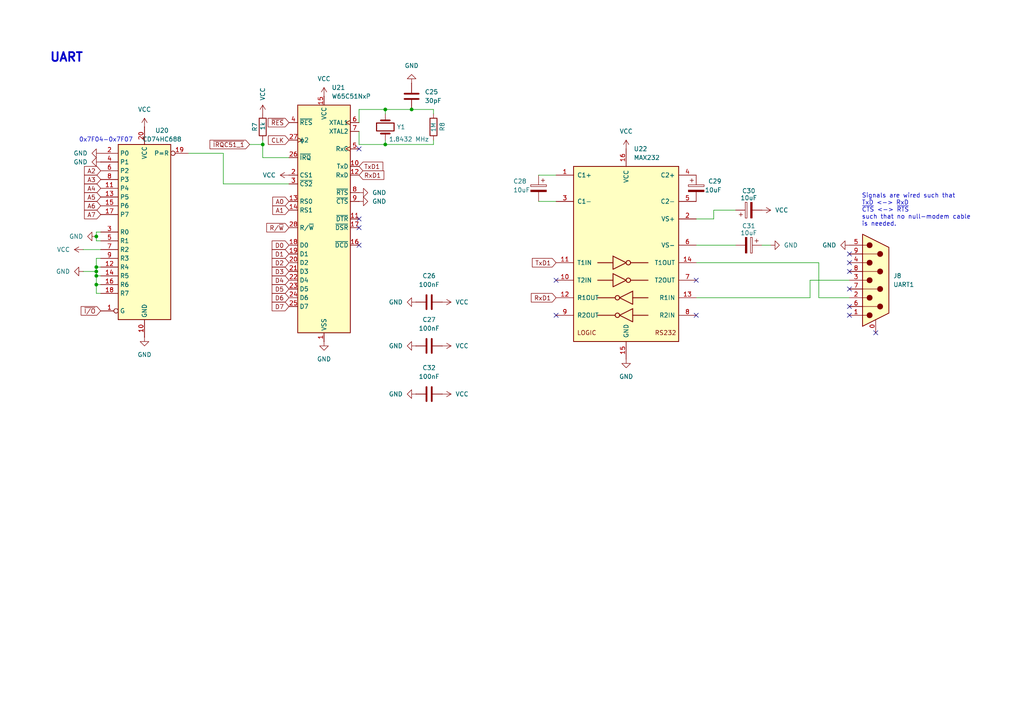
<source format=kicad_sch>
(kicad_sch
	(version 20250114)
	(generator "eeschema")
	(generator_version "9.0")
	(uuid "781da809-15ac-4ec2-86a1-4456b265d180")
	(paper "A4")
	(lib_symbols
		(symbol "65xx-library:W65C51NxP"
			(exclude_from_sim no)
			(in_bom yes)
			(on_board yes)
			(property "Reference" "U"
				(at 2.54 38.1 0)
				(effects
					(font
						(size 1.27 1.27)
					)
					(justify left)
				)
			)
			(property "Value" "W65C51NxP"
				(at 2.54 35.56 0)
				(effects
					(font
						(size 1.27 1.27)
					)
					(justify left)
				)
			)
			(property "Footprint" "Package_DIP:DIP-28_W15.24mm"
				(at 0 48.26 0)
				(effects
					(font
						(size 1.27 1.27)
					)
					(hide yes)
				)
			)
			(property "Datasheet" "http://www.westerndesigncenter.com/wdc/documentation/w65c51n.pdf"
				(at 0 45.72 0)
				(effects
					(font
						(size 1.27 1.27)
					)
					(hide yes)
				)
			)
			(property "Description" "CMOS Asynchronous Communication Interface Adapter (ACIA), Serial UART, DIP-28"
				(at 0 0 0)
				(effects
					(font
						(size 1.27 1.27)
					)
					(hide yes)
				)
			)
			(property "ki_keywords" "6551 65C51 ACIA UART"
				(at 0 0 0)
				(effects
					(font
						(size 1.27 1.27)
					)
					(hide yes)
				)
			)
			(property "ki_fp_filters" "DIP*W15.24mm*"
				(at 0 0 0)
				(effects
					(font
						(size 1.27 1.27)
					)
					(hide yes)
				)
			)
			(symbol "W65C51NxP_0_1"
				(rectangle
					(start -7.62 33.02)
					(end 7.62 -33.02)
					(stroke
						(width 0.254)
						(type default)
					)
					(fill
						(type background)
					)
				)
			)
			(symbol "W65C51NxP_1_1"
				(pin input line
					(at -10.16 27.94 0)
					(length 2.54)
					(name "~{RES}"
						(effects
							(font
								(size 1.27 1.27)
							)
						)
					)
					(number "4"
						(effects
							(font
								(size 1.27 1.27)
							)
						)
					)
				)
				(pin input clock
					(at -10.16 22.86 0)
					(length 2.54)
					(name "ϕ2"
						(effects
							(font
								(size 1.27 1.27)
							)
						)
					)
					(number "27"
						(effects
							(font
								(size 1.27 1.27)
							)
						)
					)
				)
				(pin open_collector line
					(at -10.16 17.78 0)
					(length 2.54)
					(name "~{IRQ}"
						(effects
							(font
								(size 1.27 1.27)
							)
						)
					)
					(number "26"
						(effects
							(font
								(size 1.27 1.27)
							)
						)
					)
				)
				(pin input line
					(at -10.16 12.7 0)
					(length 2.54)
					(name "CS1"
						(effects
							(font
								(size 1.27 1.27)
							)
						)
					)
					(number "2"
						(effects
							(font
								(size 1.27 1.27)
							)
						)
					)
				)
				(pin input line
					(at -10.16 10.16 0)
					(length 2.54)
					(name "~{CS2}"
						(effects
							(font
								(size 1.27 1.27)
							)
						)
					)
					(number "3"
						(effects
							(font
								(size 1.27 1.27)
							)
						)
					)
				)
				(pin input line
					(at -10.16 5.08 0)
					(length 2.54)
					(name "RS0"
						(effects
							(font
								(size 1.27 1.27)
							)
						)
					)
					(number "13"
						(effects
							(font
								(size 1.27 1.27)
							)
						)
					)
				)
				(pin input line
					(at -10.16 2.54 0)
					(length 2.54)
					(name "RS1"
						(effects
							(font
								(size 1.27 1.27)
							)
						)
					)
					(number "14"
						(effects
							(font
								(size 1.27 1.27)
							)
						)
					)
				)
				(pin input line
					(at -10.16 -2.54 0)
					(length 2.54)
					(name "R/~{W}"
						(effects
							(font
								(size 1.27 1.27)
							)
						)
					)
					(number "28"
						(effects
							(font
								(size 1.27 1.27)
							)
						)
					)
				)
				(pin bidirectional line
					(at -10.16 -7.62 0)
					(length 2.54)
					(name "D0"
						(effects
							(font
								(size 1.27 1.27)
							)
						)
					)
					(number "18"
						(effects
							(font
								(size 1.27 1.27)
							)
						)
					)
				)
				(pin bidirectional line
					(at -10.16 -10.16 0)
					(length 2.54)
					(name "D1"
						(effects
							(font
								(size 1.27 1.27)
							)
						)
					)
					(number "19"
						(effects
							(font
								(size 1.27 1.27)
							)
						)
					)
				)
				(pin bidirectional line
					(at -10.16 -12.7 0)
					(length 2.54)
					(name "D2"
						(effects
							(font
								(size 1.27 1.27)
							)
						)
					)
					(number "20"
						(effects
							(font
								(size 1.27 1.27)
							)
						)
					)
				)
				(pin bidirectional line
					(at -10.16 -15.24 0)
					(length 2.54)
					(name "D3"
						(effects
							(font
								(size 1.27 1.27)
							)
						)
					)
					(number "21"
						(effects
							(font
								(size 1.27 1.27)
							)
						)
					)
				)
				(pin bidirectional line
					(at -10.16 -17.78 0)
					(length 2.54)
					(name "D4"
						(effects
							(font
								(size 1.27 1.27)
							)
						)
					)
					(number "22"
						(effects
							(font
								(size 1.27 1.27)
							)
						)
					)
				)
				(pin bidirectional line
					(at -10.16 -20.32 0)
					(length 2.54)
					(name "D5"
						(effects
							(font
								(size 1.27 1.27)
							)
						)
					)
					(number "23"
						(effects
							(font
								(size 1.27 1.27)
							)
						)
					)
				)
				(pin bidirectional line
					(at -10.16 -22.86 0)
					(length 2.54)
					(name "D6"
						(effects
							(font
								(size 1.27 1.27)
							)
						)
					)
					(number "24"
						(effects
							(font
								(size 1.27 1.27)
							)
						)
					)
				)
				(pin bidirectional line
					(at -10.16 -25.4 0)
					(length 2.54)
					(name "D7"
						(effects
							(font
								(size 1.27 1.27)
							)
						)
					)
					(number "25"
						(effects
							(font
								(size 1.27 1.27)
							)
						)
					)
				)
				(pin power_in line
					(at 0 35.56 270)
					(length 2.54)
					(name "VCC"
						(effects
							(font
								(size 1.27 1.27)
							)
						)
					)
					(number "15"
						(effects
							(font
								(size 1.27 1.27)
							)
						)
					)
				)
				(pin power_in line
					(at 0 -35.56 90)
					(length 2.54)
					(name "VSS"
						(effects
							(font
								(size 1.27 1.27)
							)
						)
					)
					(number "1"
						(effects
							(font
								(size 1.27 1.27)
							)
						)
					)
				)
				(pin input clock
					(at 10.16 27.94 180)
					(length 2.54)
					(name "XTAL1"
						(effects
							(font
								(size 1.27 1.27)
							)
						)
					)
					(number "6"
						(effects
							(font
								(size 1.27 1.27)
							)
						)
					)
				)
				(pin output line
					(at 10.16 25.4 180)
					(length 2.54)
					(name "XTAL2"
						(effects
							(font
								(size 1.27 1.27)
							)
						)
					)
					(number "7"
						(effects
							(font
								(size 1.27 1.27)
							)
						)
					)
				)
				(pin bidirectional clock
					(at 10.16 20.32 180)
					(length 2.54)
					(name "RxC"
						(effects
							(font
								(size 1.27 1.27)
							)
						)
					)
					(number "5"
						(effects
							(font
								(size 1.27 1.27)
							)
						)
					)
				)
				(pin output line
					(at 10.16 15.24 180)
					(length 2.54)
					(name "TxD"
						(effects
							(font
								(size 1.27 1.27)
							)
						)
					)
					(number "10"
						(effects
							(font
								(size 1.27 1.27)
							)
						)
					)
				)
				(pin input line
					(at 10.16 12.7 180)
					(length 2.54)
					(name "RxD"
						(effects
							(font
								(size 1.27 1.27)
							)
						)
					)
					(number "12"
						(effects
							(font
								(size 1.27 1.27)
							)
						)
					)
				)
				(pin output line
					(at 10.16 7.62 180)
					(length 2.54)
					(name "~{RTS}"
						(effects
							(font
								(size 1.27 1.27)
							)
						)
					)
					(number "8"
						(effects
							(font
								(size 1.27 1.27)
							)
						)
					)
				)
				(pin input line
					(at 10.16 5.08 180)
					(length 2.54)
					(name "~{CTS}"
						(effects
							(font
								(size 1.27 1.27)
							)
						)
					)
					(number "9"
						(effects
							(font
								(size 1.27 1.27)
							)
						)
					)
				)
				(pin output line
					(at 10.16 0 180)
					(length 2.54)
					(name "~{DTR}"
						(effects
							(font
								(size 1.27 1.27)
							)
						)
					)
					(number "11"
						(effects
							(font
								(size 1.27 1.27)
							)
						)
					)
				)
				(pin input line
					(at 10.16 -2.54 180)
					(length 2.54)
					(name "~{DSR}"
						(effects
							(font
								(size 1.27 1.27)
							)
						)
					)
					(number "17"
						(effects
							(font
								(size 1.27 1.27)
							)
						)
					)
				)
				(pin input line
					(at 10.16 -7.62 180)
					(length 2.54)
					(name "~{DCD}"
						(effects
							(font
								(size 1.27 1.27)
							)
						)
					)
					(number "16"
						(effects
							(font
								(size 1.27 1.27)
							)
						)
					)
				)
			)
			(embedded_fonts no)
		)
		(symbol "74xx:74HC688"
			(exclude_from_sim no)
			(in_bom yes)
			(on_board yes)
			(property "Reference" "U"
				(at -7.62 26.67 0)
				(effects
					(font
						(size 1.27 1.27)
					)
				)
			)
			(property "Value" "74HC688"
				(at -7.62 -26.67 0)
				(effects
					(font
						(size 1.27 1.27)
					)
				)
			)
			(property "Footprint" ""
				(at 0 0 0)
				(effects
					(font
						(size 1.27 1.27)
					)
					(hide yes)
				)
			)
			(property "Datasheet" "https://www.ti.com/lit/ds/symlink/cd54hc688.pdf"
				(at 0 0 0)
				(effects
					(font
						(size 1.27 1.27)
					)
					(hide yes)
				)
			)
			(property "Description" "8-bit magnitude comparator"
				(at 0 0 0)
				(effects
					(font
						(size 1.27 1.27)
					)
					(hide yes)
				)
			)
			(property "ki_keywords" "HCMOS DECOD Arith"
				(at 0 0 0)
				(effects
					(font
						(size 1.27 1.27)
					)
					(hide yes)
				)
			)
			(property "ki_fp_filters" "DIP?20* SOIC?20* SO?20* TSSOP?20*"
				(at 0 0 0)
				(effects
					(font
						(size 1.27 1.27)
					)
					(hide yes)
				)
			)
			(symbol "74HC688_1_0"
				(pin input line
					(at -12.7 22.86 0)
					(length 5.08)
					(name "P0"
						(effects
							(font
								(size 1.27 1.27)
							)
						)
					)
					(number "2"
						(effects
							(font
								(size 1.27 1.27)
							)
						)
					)
				)
				(pin input line
					(at -12.7 20.32 0)
					(length 5.08)
					(name "P1"
						(effects
							(font
								(size 1.27 1.27)
							)
						)
					)
					(number "4"
						(effects
							(font
								(size 1.27 1.27)
							)
						)
					)
				)
				(pin input line
					(at -12.7 17.78 0)
					(length 5.08)
					(name "P2"
						(effects
							(font
								(size 1.27 1.27)
							)
						)
					)
					(number "6"
						(effects
							(font
								(size 1.27 1.27)
							)
						)
					)
				)
				(pin input line
					(at -12.7 15.24 0)
					(length 5.08)
					(name "P3"
						(effects
							(font
								(size 1.27 1.27)
							)
						)
					)
					(number "8"
						(effects
							(font
								(size 1.27 1.27)
							)
						)
					)
				)
				(pin input line
					(at -12.7 12.7 0)
					(length 5.08)
					(name "P4"
						(effects
							(font
								(size 1.27 1.27)
							)
						)
					)
					(number "11"
						(effects
							(font
								(size 1.27 1.27)
							)
						)
					)
				)
				(pin input line
					(at -12.7 10.16 0)
					(length 5.08)
					(name "P5"
						(effects
							(font
								(size 1.27 1.27)
							)
						)
					)
					(number "13"
						(effects
							(font
								(size 1.27 1.27)
							)
						)
					)
				)
				(pin input line
					(at -12.7 7.62 0)
					(length 5.08)
					(name "P6"
						(effects
							(font
								(size 1.27 1.27)
							)
						)
					)
					(number "15"
						(effects
							(font
								(size 1.27 1.27)
							)
						)
					)
				)
				(pin input line
					(at -12.7 5.08 0)
					(length 5.08)
					(name "P7"
						(effects
							(font
								(size 1.27 1.27)
							)
						)
					)
					(number "17"
						(effects
							(font
								(size 1.27 1.27)
							)
						)
					)
				)
				(pin input line
					(at -12.7 0 0)
					(length 5.08)
					(name "R0"
						(effects
							(font
								(size 1.27 1.27)
							)
						)
					)
					(number "3"
						(effects
							(font
								(size 1.27 1.27)
							)
						)
					)
				)
				(pin input line
					(at -12.7 -2.54 0)
					(length 5.08)
					(name "R1"
						(effects
							(font
								(size 1.27 1.27)
							)
						)
					)
					(number "5"
						(effects
							(font
								(size 1.27 1.27)
							)
						)
					)
				)
				(pin input line
					(at -12.7 -5.08 0)
					(length 5.08)
					(name "R2"
						(effects
							(font
								(size 1.27 1.27)
							)
						)
					)
					(number "7"
						(effects
							(font
								(size 1.27 1.27)
							)
						)
					)
				)
				(pin input line
					(at -12.7 -7.62 0)
					(length 5.08)
					(name "R3"
						(effects
							(font
								(size 1.27 1.27)
							)
						)
					)
					(number "9"
						(effects
							(font
								(size 1.27 1.27)
							)
						)
					)
				)
				(pin input line
					(at -12.7 -10.16 0)
					(length 5.08)
					(name "R4"
						(effects
							(font
								(size 1.27 1.27)
							)
						)
					)
					(number "12"
						(effects
							(font
								(size 1.27 1.27)
							)
						)
					)
				)
				(pin input line
					(at -12.7 -12.7 0)
					(length 5.08)
					(name "R5"
						(effects
							(font
								(size 1.27 1.27)
							)
						)
					)
					(number "14"
						(effects
							(font
								(size 1.27 1.27)
							)
						)
					)
				)
				(pin input line
					(at -12.7 -15.24 0)
					(length 5.08)
					(name "R6"
						(effects
							(font
								(size 1.27 1.27)
							)
						)
					)
					(number "16"
						(effects
							(font
								(size 1.27 1.27)
							)
						)
					)
				)
				(pin input line
					(at -12.7 -17.78 0)
					(length 5.08)
					(name "R7"
						(effects
							(font
								(size 1.27 1.27)
							)
						)
					)
					(number "18"
						(effects
							(font
								(size 1.27 1.27)
							)
						)
					)
				)
				(pin input inverted
					(at -12.7 -22.86 0)
					(length 5.08)
					(name "G"
						(effects
							(font
								(size 1.27 1.27)
							)
						)
					)
					(number "1"
						(effects
							(font
								(size 1.27 1.27)
							)
						)
					)
				)
				(pin power_in line
					(at 0 30.48 270)
					(length 5.08)
					(name "VCC"
						(effects
							(font
								(size 1.27 1.27)
							)
						)
					)
					(number "20"
						(effects
							(font
								(size 1.27 1.27)
							)
						)
					)
				)
				(pin power_in line
					(at 0 -30.48 90)
					(length 5.08)
					(name "GND"
						(effects
							(font
								(size 1.27 1.27)
							)
						)
					)
					(number "10"
						(effects
							(font
								(size 1.27 1.27)
							)
						)
					)
				)
				(pin output inverted
					(at 12.7 22.86 180)
					(length 5.08)
					(name "P=R"
						(effects
							(font
								(size 1.27 1.27)
							)
						)
					)
					(number "19"
						(effects
							(font
								(size 1.27 1.27)
							)
						)
					)
				)
			)
			(symbol "74HC688_1_1"
				(rectangle
					(start -7.62 25.4)
					(end 7.62 -25.4)
					(stroke
						(width 0.254)
						(type default)
					)
					(fill
						(type background)
					)
				)
			)
			(embedded_fonts no)
		)
		(symbol "Connector:DE9_Plug_MountingHoles"
			(pin_names
				(offset 1.016)
				(hide yes)
			)
			(exclude_from_sim no)
			(in_bom yes)
			(on_board yes)
			(property "Reference" "J"
				(at 0 16.51 0)
				(effects
					(font
						(size 1.27 1.27)
					)
				)
			)
			(property "Value" "DE9_Plug_MountingHoles"
				(at 0 14.605 0)
				(effects
					(font
						(size 1.27 1.27)
					)
				)
			)
			(property "Footprint" ""
				(at 0 0 0)
				(effects
					(font
						(size 1.27 1.27)
					)
					(hide yes)
				)
			)
			(property "Datasheet" "~"
				(at 0 0 0)
				(effects
					(font
						(size 1.27 1.27)
					)
					(hide yes)
				)
			)
			(property "Description" "9-pin male plug pin D-SUB connector, Mounting Hole"
				(at 0 0 0)
				(effects
					(font
						(size 1.27 1.27)
					)
					(hide yes)
				)
			)
			(property "ki_keywords" "connector plug male D-SUB DB9"
				(at 0 0 0)
				(effects
					(font
						(size 1.27 1.27)
					)
					(hide yes)
				)
			)
			(property "ki_fp_filters" "DSUB*Male*"
				(at 0 0 0)
				(effects
					(font
						(size 1.27 1.27)
					)
					(hide yes)
				)
			)
			(symbol "DE9_Plug_MountingHoles_0_1"
				(polyline
					(pts
						(xy -3.81 10.16) (xy -2.54 10.16)
					)
					(stroke
						(width 0)
						(type default)
					)
					(fill
						(type none)
					)
				)
				(polyline
					(pts
						(xy -3.81 7.62) (xy 0.508 7.62)
					)
					(stroke
						(width 0)
						(type default)
					)
					(fill
						(type none)
					)
				)
				(polyline
					(pts
						(xy -3.81 5.08) (xy -2.54 5.08)
					)
					(stroke
						(width 0)
						(type default)
					)
					(fill
						(type none)
					)
				)
				(polyline
					(pts
						(xy -3.81 2.54) (xy 0.508 2.54)
					)
					(stroke
						(width 0)
						(type default)
					)
					(fill
						(type none)
					)
				)
				(polyline
					(pts
						(xy -3.81 0) (xy -2.54 0)
					)
					(stroke
						(width 0)
						(type default)
					)
					(fill
						(type none)
					)
				)
				(polyline
					(pts
						(xy -3.81 -2.54) (xy 0.508 -2.54)
					)
					(stroke
						(width 0)
						(type default)
					)
					(fill
						(type none)
					)
				)
				(polyline
					(pts
						(xy -3.81 -5.08) (xy -2.54 -5.08)
					)
					(stroke
						(width 0)
						(type default)
					)
					(fill
						(type none)
					)
				)
				(polyline
					(pts
						(xy -3.81 -7.62) (xy 0.508 -7.62)
					)
					(stroke
						(width 0)
						(type default)
					)
					(fill
						(type none)
					)
				)
				(polyline
					(pts
						(xy -3.81 -10.16) (xy -2.54 -10.16)
					)
					(stroke
						(width 0)
						(type default)
					)
					(fill
						(type none)
					)
				)
				(polyline
					(pts
						(xy -3.81 -13.335) (xy -3.81 13.335) (xy 3.81 9.525) (xy 3.81 -9.525) (xy -3.81 -13.335)
					)
					(stroke
						(width 0.254)
						(type default)
					)
					(fill
						(type background)
					)
				)
				(circle
					(center -1.778 10.16)
					(radius 0.762)
					(stroke
						(width 0)
						(type default)
					)
					(fill
						(type outline)
					)
				)
				(circle
					(center -1.778 5.08)
					(radius 0.762)
					(stroke
						(width 0)
						(type default)
					)
					(fill
						(type outline)
					)
				)
				(circle
					(center -1.778 0)
					(radius 0.762)
					(stroke
						(width 0)
						(type default)
					)
					(fill
						(type outline)
					)
				)
				(circle
					(center -1.778 -5.08)
					(radius 0.762)
					(stroke
						(width 0)
						(type default)
					)
					(fill
						(type outline)
					)
				)
				(circle
					(center -1.778 -10.16)
					(radius 0.762)
					(stroke
						(width 0)
						(type default)
					)
					(fill
						(type outline)
					)
				)
				(circle
					(center 1.27 7.62)
					(radius 0.762)
					(stroke
						(width 0)
						(type default)
					)
					(fill
						(type outline)
					)
				)
				(circle
					(center 1.27 2.54)
					(radius 0.762)
					(stroke
						(width 0)
						(type default)
					)
					(fill
						(type outline)
					)
				)
				(circle
					(center 1.27 -2.54)
					(radius 0.762)
					(stroke
						(width 0)
						(type default)
					)
					(fill
						(type outline)
					)
				)
				(circle
					(center 1.27 -7.62)
					(radius 0.762)
					(stroke
						(width 0)
						(type default)
					)
					(fill
						(type outline)
					)
				)
			)
			(symbol "DE9_Plug_MountingHoles_1_1"
				(pin passive line
					(at -7.62 10.16 0)
					(length 3.81)
					(name "5"
						(effects
							(font
								(size 1.27 1.27)
							)
						)
					)
					(number "5"
						(effects
							(font
								(size 1.27 1.27)
							)
						)
					)
				)
				(pin passive line
					(at -7.62 7.62 0)
					(length 3.81)
					(name "9"
						(effects
							(font
								(size 1.27 1.27)
							)
						)
					)
					(number "9"
						(effects
							(font
								(size 1.27 1.27)
							)
						)
					)
				)
				(pin passive line
					(at -7.62 5.08 0)
					(length 3.81)
					(name "4"
						(effects
							(font
								(size 1.27 1.27)
							)
						)
					)
					(number "4"
						(effects
							(font
								(size 1.27 1.27)
							)
						)
					)
				)
				(pin passive line
					(at -7.62 2.54 0)
					(length 3.81)
					(name "8"
						(effects
							(font
								(size 1.27 1.27)
							)
						)
					)
					(number "8"
						(effects
							(font
								(size 1.27 1.27)
							)
						)
					)
				)
				(pin passive line
					(at -7.62 0 0)
					(length 3.81)
					(name "3"
						(effects
							(font
								(size 1.27 1.27)
							)
						)
					)
					(number "3"
						(effects
							(font
								(size 1.27 1.27)
							)
						)
					)
				)
				(pin passive line
					(at -7.62 -2.54 0)
					(length 3.81)
					(name "7"
						(effects
							(font
								(size 1.27 1.27)
							)
						)
					)
					(number "7"
						(effects
							(font
								(size 1.27 1.27)
							)
						)
					)
				)
				(pin passive line
					(at -7.62 -5.08 0)
					(length 3.81)
					(name "2"
						(effects
							(font
								(size 1.27 1.27)
							)
						)
					)
					(number "2"
						(effects
							(font
								(size 1.27 1.27)
							)
						)
					)
				)
				(pin passive line
					(at -7.62 -7.62 0)
					(length 3.81)
					(name "6"
						(effects
							(font
								(size 1.27 1.27)
							)
						)
					)
					(number "6"
						(effects
							(font
								(size 1.27 1.27)
							)
						)
					)
				)
				(pin passive line
					(at -7.62 -10.16 0)
					(length 3.81)
					(name "1"
						(effects
							(font
								(size 1.27 1.27)
							)
						)
					)
					(number "1"
						(effects
							(font
								(size 1.27 1.27)
							)
						)
					)
				)
				(pin passive line
					(at 0 -15.24 90)
					(length 3.81)
					(name "PAD"
						(effects
							(font
								(size 1.27 1.27)
							)
						)
					)
					(number "0"
						(effects
							(font
								(size 1.27 1.27)
							)
						)
					)
				)
			)
			(embedded_fonts no)
		)
		(symbol "Device:C"
			(pin_numbers
				(hide yes)
			)
			(pin_names
				(offset 0.254)
			)
			(exclude_from_sim no)
			(in_bom yes)
			(on_board yes)
			(property "Reference" "C"
				(at 0.635 2.54 0)
				(effects
					(font
						(size 1.27 1.27)
					)
					(justify left)
				)
			)
			(property "Value" "C"
				(at 0.635 -2.54 0)
				(effects
					(font
						(size 1.27 1.27)
					)
					(justify left)
				)
			)
			(property "Footprint" ""
				(at 0.9652 -3.81 0)
				(effects
					(font
						(size 1.27 1.27)
					)
					(hide yes)
				)
			)
			(property "Datasheet" "~"
				(at 0 0 0)
				(effects
					(font
						(size 1.27 1.27)
					)
					(hide yes)
				)
			)
			(property "Description" "Unpolarized capacitor"
				(at 0 0 0)
				(effects
					(font
						(size 1.27 1.27)
					)
					(hide yes)
				)
			)
			(property "ki_keywords" "cap capacitor"
				(at 0 0 0)
				(effects
					(font
						(size 1.27 1.27)
					)
					(hide yes)
				)
			)
			(property "ki_fp_filters" "C_*"
				(at 0 0 0)
				(effects
					(font
						(size 1.27 1.27)
					)
					(hide yes)
				)
			)
			(symbol "C_0_1"
				(polyline
					(pts
						(xy -2.032 0.762) (xy 2.032 0.762)
					)
					(stroke
						(width 0.508)
						(type default)
					)
					(fill
						(type none)
					)
				)
				(polyline
					(pts
						(xy -2.032 -0.762) (xy 2.032 -0.762)
					)
					(stroke
						(width 0.508)
						(type default)
					)
					(fill
						(type none)
					)
				)
			)
			(symbol "C_1_1"
				(pin passive line
					(at 0 3.81 270)
					(length 2.794)
					(name "~"
						(effects
							(font
								(size 1.27 1.27)
							)
						)
					)
					(number "1"
						(effects
							(font
								(size 1.27 1.27)
							)
						)
					)
				)
				(pin passive line
					(at 0 -3.81 90)
					(length 2.794)
					(name "~"
						(effects
							(font
								(size 1.27 1.27)
							)
						)
					)
					(number "2"
						(effects
							(font
								(size 1.27 1.27)
							)
						)
					)
				)
			)
			(embedded_fonts no)
		)
		(symbol "Device:C_Polarized"
			(pin_numbers
				(hide yes)
			)
			(pin_names
				(offset 0.254)
			)
			(exclude_from_sim no)
			(in_bom yes)
			(on_board yes)
			(property "Reference" "C"
				(at 0.635 2.54 0)
				(effects
					(font
						(size 1.27 1.27)
					)
					(justify left)
				)
			)
			(property "Value" "C_Polarized"
				(at 0.635 -2.54 0)
				(effects
					(font
						(size 1.27 1.27)
					)
					(justify left)
				)
			)
			(property "Footprint" ""
				(at 0.9652 -3.81 0)
				(effects
					(font
						(size 1.27 1.27)
					)
					(hide yes)
				)
			)
			(property "Datasheet" "~"
				(at 0 0 0)
				(effects
					(font
						(size 1.27 1.27)
					)
					(hide yes)
				)
			)
			(property "Description" "Polarized capacitor"
				(at 0 0 0)
				(effects
					(font
						(size 1.27 1.27)
					)
					(hide yes)
				)
			)
			(property "ki_keywords" "cap capacitor"
				(at 0 0 0)
				(effects
					(font
						(size 1.27 1.27)
					)
					(hide yes)
				)
			)
			(property "ki_fp_filters" "CP_*"
				(at 0 0 0)
				(effects
					(font
						(size 1.27 1.27)
					)
					(hide yes)
				)
			)
			(symbol "C_Polarized_0_1"
				(rectangle
					(start -2.286 0.508)
					(end 2.286 1.016)
					(stroke
						(width 0)
						(type default)
					)
					(fill
						(type none)
					)
				)
				(polyline
					(pts
						(xy -1.778 2.286) (xy -0.762 2.286)
					)
					(stroke
						(width 0)
						(type default)
					)
					(fill
						(type none)
					)
				)
				(polyline
					(pts
						(xy -1.27 2.794) (xy -1.27 1.778)
					)
					(stroke
						(width 0)
						(type default)
					)
					(fill
						(type none)
					)
				)
				(rectangle
					(start 2.286 -0.508)
					(end -2.286 -1.016)
					(stroke
						(width 0)
						(type default)
					)
					(fill
						(type outline)
					)
				)
			)
			(symbol "C_Polarized_1_1"
				(pin passive line
					(at 0 3.81 270)
					(length 2.794)
					(name "~"
						(effects
							(font
								(size 1.27 1.27)
							)
						)
					)
					(number "1"
						(effects
							(font
								(size 1.27 1.27)
							)
						)
					)
				)
				(pin passive line
					(at 0 -3.81 90)
					(length 2.794)
					(name "~"
						(effects
							(font
								(size 1.27 1.27)
							)
						)
					)
					(number "2"
						(effects
							(font
								(size 1.27 1.27)
							)
						)
					)
				)
			)
			(embedded_fonts no)
		)
		(symbol "Device:Crystal"
			(pin_numbers
				(hide yes)
			)
			(pin_names
				(offset 1.016)
				(hide yes)
			)
			(exclude_from_sim no)
			(in_bom yes)
			(on_board yes)
			(property "Reference" "Y"
				(at 0 3.81 0)
				(effects
					(font
						(size 1.27 1.27)
					)
				)
			)
			(property "Value" "Crystal"
				(at 0 -3.81 0)
				(effects
					(font
						(size 1.27 1.27)
					)
				)
			)
			(property "Footprint" ""
				(at 0 0 0)
				(effects
					(font
						(size 1.27 1.27)
					)
					(hide yes)
				)
			)
			(property "Datasheet" "~"
				(at 0 0 0)
				(effects
					(font
						(size 1.27 1.27)
					)
					(hide yes)
				)
			)
			(property "Description" "Two pin crystal"
				(at 0 0 0)
				(effects
					(font
						(size 1.27 1.27)
					)
					(hide yes)
				)
			)
			(property "ki_keywords" "quartz ceramic resonator oscillator"
				(at 0 0 0)
				(effects
					(font
						(size 1.27 1.27)
					)
					(hide yes)
				)
			)
			(property "ki_fp_filters" "Crystal*"
				(at 0 0 0)
				(effects
					(font
						(size 1.27 1.27)
					)
					(hide yes)
				)
			)
			(symbol "Crystal_0_1"
				(polyline
					(pts
						(xy -2.54 0) (xy -1.905 0)
					)
					(stroke
						(width 0)
						(type default)
					)
					(fill
						(type none)
					)
				)
				(polyline
					(pts
						(xy -1.905 -1.27) (xy -1.905 1.27)
					)
					(stroke
						(width 0.508)
						(type default)
					)
					(fill
						(type none)
					)
				)
				(rectangle
					(start -1.143 2.54)
					(end 1.143 -2.54)
					(stroke
						(width 0.3048)
						(type default)
					)
					(fill
						(type none)
					)
				)
				(polyline
					(pts
						(xy 1.905 -1.27) (xy 1.905 1.27)
					)
					(stroke
						(width 0.508)
						(type default)
					)
					(fill
						(type none)
					)
				)
				(polyline
					(pts
						(xy 2.54 0) (xy 1.905 0)
					)
					(stroke
						(width 0)
						(type default)
					)
					(fill
						(type none)
					)
				)
			)
			(symbol "Crystal_1_1"
				(pin passive line
					(at -3.81 0 0)
					(length 1.27)
					(name "1"
						(effects
							(font
								(size 1.27 1.27)
							)
						)
					)
					(number "1"
						(effects
							(font
								(size 1.27 1.27)
							)
						)
					)
				)
				(pin passive line
					(at 3.81 0 180)
					(length 1.27)
					(name "2"
						(effects
							(font
								(size 1.27 1.27)
							)
						)
					)
					(number "2"
						(effects
							(font
								(size 1.27 1.27)
							)
						)
					)
				)
			)
			(embedded_fonts no)
		)
		(symbol "Device:R"
			(pin_numbers
				(hide yes)
			)
			(pin_names
				(offset 0)
			)
			(exclude_from_sim no)
			(in_bom yes)
			(on_board yes)
			(property "Reference" "R"
				(at 2.032 0 90)
				(effects
					(font
						(size 1.27 1.27)
					)
				)
			)
			(property "Value" "R"
				(at 0 0 90)
				(effects
					(font
						(size 1.27 1.27)
					)
				)
			)
			(property "Footprint" ""
				(at -1.778 0 90)
				(effects
					(font
						(size 1.27 1.27)
					)
					(hide yes)
				)
			)
			(property "Datasheet" "~"
				(at 0 0 0)
				(effects
					(font
						(size 1.27 1.27)
					)
					(hide yes)
				)
			)
			(property "Description" "Resistor"
				(at 0 0 0)
				(effects
					(font
						(size 1.27 1.27)
					)
					(hide yes)
				)
			)
			(property "ki_keywords" "R res resistor"
				(at 0 0 0)
				(effects
					(font
						(size 1.27 1.27)
					)
					(hide yes)
				)
			)
			(property "ki_fp_filters" "R_*"
				(at 0 0 0)
				(effects
					(font
						(size 1.27 1.27)
					)
					(hide yes)
				)
			)
			(symbol "R_0_1"
				(rectangle
					(start -1.016 -2.54)
					(end 1.016 2.54)
					(stroke
						(width 0.254)
						(type default)
					)
					(fill
						(type none)
					)
				)
			)
			(symbol "R_1_1"
				(pin passive line
					(at 0 3.81 270)
					(length 1.27)
					(name "~"
						(effects
							(font
								(size 1.27 1.27)
							)
						)
					)
					(number "1"
						(effects
							(font
								(size 1.27 1.27)
							)
						)
					)
				)
				(pin passive line
					(at 0 -3.81 90)
					(length 1.27)
					(name "~"
						(effects
							(font
								(size 1.27 1.27)
							)
						)
					)
					(number "2"
						(effects
							(font
								(size 1.27 1.27)
							)
						)
					)
				)
			)
			(embedded_fonts no)
		)
		(symbol "Interface_UART:MAX232"
			(pin_names
				(offset 1.016)
			)
			(exclude_from_sim no)
			(in_bom yes)
			(on_board yes)
			(property "Reference" "U"
				(at -2.54 28.575 0)
				(effects
					(font
						(size 1.27 1.27)
					)
					(justify right)
				)
			)
			(property "Value" "MAX232"
				(at -2.54 26.67 0)
				(effects
					(font
						(size 1.27 1.27)
					)
					(justify right)
				)
			)
			(property "Footprint" ""
				(at 1.27 -26.67 0)
				(effects
					(font
						(size 1.27 1.27)
					)
					(justify left)
					(hide yes)
				)
			)
			(property "Datasheet" "http://www.ti.com/lit/ds/symlink/max232.pdf"
				(at 0 2.54 0)
				(effects
					(font
						(size 1.27 1.27)
					)
					(hide yes)
				)
			)
			(property "Description" "Dual RS232 driver/receiver, 5V supply, 120kb/s, 0C-70C"
				(at 0 0 0)
				(effects
					(font
						(size 1.27 1.27)
					)
					(hide yes)
				)
			)
			(property "ki_keywords" "rs232 uart transceiver line-driver"
				(at 0 0 0)
				(effects
					(font
						(size 1.27 1.27)
					)
					(hide yes)
				)
			)
			(property "ki_fp_filters" "SOIC*P1.27mm* DIP*W7.62mm* TSSOP*4.4x5mm*P0.65mm*"
				(at 0 0 0)
				(effects
					(font
						(size 1.27 1.27)
					)
					(hide yes)
				)
			)
			(symbol "MAX232_0_0"
				(text "LOGIC"
					(at -11.43 -22.86 0)
					(effects
						(font
							(size 1.27 1.27)
						)
					)
				)
				(text "RS232"
					(at 11.43 -22.86 0)
					(effects
						(font
							(size 1.27 1.27)
						)
					)
				)
			)
			(symbol "MAX232_0_1"
				(rectangle
					(start -15.24 -25.4)
					(end 15.24 25.4)
					(stroke
						(width 0.254)
						(type default)
					)
					(fill
						(type background)
					)
				)
				(polyline
					(pts
						(xy -3.81 -0.635) (xy -3.81 -4.445) (xy 0 -2.54) (xy -3.81 -0.635)
					)
					(stroke
						(width 0.254)
						(type default)
					)
					(fill
						(type none)
					)
				)
				(polyline
					(pts
						(xy -3.81 -2.54) (xy -8.255 -2.54)
					)
					(stroke
						(width 0.254)
						(type default)
					)
					(fill
						(type none)
					)
				)
				(polyline
					(pts
						(xy -3.81 -5.715) (xy -3.81 -9.525) (xy 0 -7.62) (xy -3.81 -5.715)
					)
					(stroke
						(width 0.254)
						(type default)
					)
					(fill
						(type none)
					)
				)
				(polyline
					(pts
						(xy -3.81 -7.62) (xy -8.255 -7.62)
					)
					(stroke
						(width 0.254)
						(type default)
					)
					(fill
						(type none)
					)
				)
				(polyline
					(pts
						(xy -3.175 -12.7) (xy -8.255 -12.7)
					)
					(stroke
						(width 0.254)
						(type default)
					)
					(fill
						(type none)
					)
				)
				(polyline
					(pts
						(xy -3.175 -17.78) (xy -8.255 -17.78)
					)
					(stroke
						(width 0.254)
						(type default)
					)
					(fill
						(type none)
					)
				)
				(circle
					(center -2.54 -12.7)
					(radius 0.635)
					(stroke
						(width 0.254)
						(type default)
					)
					(fill
						(type none)
					)
				)
				(circle
					(center -2.54 -17.78)
					(radius 0.635)
					(stroke
						(width 0.254)
						(type default)
					)
					(fill
						(type none)
					)
				)
				(circle
					(center 0.635 -2.54)
					(radius 0.635)
					(stroke
						(width 0.254)
						(type default)
					)
					(fill
						(type none)
					)
				)
				(circle
					(center 0.635 -7.62)
					(radius 0.635)
					(stroke
						(width 0.254)
						(type default)
					)
					(fill
						(type none)
					)
				)
				(polyline
					(pts
						(xy 1.27 -2.54) (xy 6.35 -2.54)
					)
					(stroke
						(width 0.254)
						(type default)
					)
					(fill
						(type none)
					)
				)
				(polyline
					(pts
						(xy 1.27 -7.62) (xy 6.35 -7.62)
					)
					(stroke
						(width 0.254)
						(type default)
					)
					(fill
						(type none)
					)
				)
				(polyline
					(pts
						(xy 1.905 -10.795) (xy 1.905 -14.605) (xy -1.905 -12.7) (xy 1.905 -10.795)
					)
					(stroke
						(width 0.254)
						(type default)
					)
					(fill
						(type none)
					)
				)
				(polyline
					(pts
						(xy 1.905 -12.7) (xy 6.35 -12.7)
					)
					(stroke
						(width 0.254)
						(type default)
					)
					(fill
						(type none)
					)
				)
				(polyline
					(pts
						(xy 1.905 -15.875) (xy 1.905 -19.685) (xy -1.905 -17.78) (xy 1.905 -15.875)
					)
					(stroke
						(width 0.254)
						(type default)
					)
					(fill
						(type none)
					)
				)
				(polyline
					(pts
						(xy 1.905 -17.78) (xy 6.35 -17.78)
					)
					(stroke
						(width 0.254)
						(type default)
					)
					(fill
						(type none)
					)
				)
			)
			(symbol "MAX232_1_1"
				(pin passive line
					(at -20.32 22.86 0)
					(length 5.08)
					(name "C1+"
						(effects
							(font
								(size 1.27 1.27)
							)
						)
					)
					(number "1"
						(effects
							(font
								(size 1.27 1.27)
							)
						)
					)
				)
				(pin passive line
					(at -20.32 15.24 0)
					(length 5.08)
					(name "C1-"
						(effects
							(font
								(size 1.27 1.27)
							)
						)
					)
					(number "3"
						(effects
							(font
								(size 1.27 1.27)
							)
						)
					)
				)
				(pin input line
					(at -20.32 -2.54 0)
					(length 5.08)
					(name "T1IN"
						(effects
							(font
								(size 1.27 1.27)
							)
						)
					)
					(number "11"
						(effects
							(font
								(size 1.27 1.27)
							)
						)
					)
				)
				(pin input line
					(at -20.32 -7.62 0)
					(length 5.08)
					(name "T2IN"
						(effects
							(font
								(size 1.27 1.27)
							)
						)
					)
					(number "10"
						(effects
							(font
								(size 1.27 1.27)
							)
						)
					)
				)
				(pin output line
					(at -20.32 -12.7 0)
					(length 5.08)
					(name "R1OUT"
						(effects
							(font
								(size 1.27 1.27)
							)
						)
					)
					(number "12"
						(effects
							(font
								(size 1.27 1.27)
							)
						)
					)
				)
				(pin output line
					(at -20.32 -17.78 0)
					(length 5.08)
					(name "R2OUT"
						(effects
							(font
								(size 1.27 1.27)
							)
						)
					)
					(number "9"
						(effects
							(font
								(size 1.27 1.27)
							)
						)
					)
				)
				(pin power_in line
					(at 0 30.48 270)
					(length 5.08)
					(name "VCC"
						(effects
							(font
								(size 1.27 1.27)
							)
						)
					)
					(number "16"
						(effects
							(font
								(size 1.27 1.27)
							)
						)
					)
				)
				(pin power_in line
					(at 0 -30.48 90)
					(length 5.08)
					(name "GND"
						(effects
							(font
								(size 1.27 1.27)
							)
						)
					)
					(number "15"
						(effects
							(font
								(size 1.27 1.27)
							)
						)
					)
				)
				(pin passive line
					(at 20.32 22.86 180)
					(length 5.08)
					(name "C2+"
						(effects
							(font
								(size 1.27 1.27)
							)
						)
					)
					(number "4"
						(effects
							(font
								(size 1.27 1.27)
							)
						)
					)
				)
				(pin passive line
					(at 20.32 15.24 180)
					(length 5.08)
					(name "C2-"
						(effects
							(font
								(size 1.27 1.27)
							)
						)
					)
					(number "5"
						(effects
							(font
								(size 1.27 1.27)
							)
						)
					)
				)
				(pin power_out line
					(at 20.32 10.16 180)
					(length 5.08)
					(name "VS+"
						(effects
							(font
								(size 1.27 1.27)
							)
						)
					)
					(number "2"
						(effects
							(font
								(size 1.27 1.27)
							)
						)
					)
				)
				(pin power_out line
					(at 20.32 2.54 180)
					(length 5.08)
					(name "VS-"
						(effects
							(font
								(size 1.27 1.27)
							)
						)
					)
					(number "6"
						(effects
							(font
								(size 1.27 1.27)
							)
						)
					)
				)
				(pin output line
					(at 20.32 -2.54 180)
					(length 5.08)
					(name "T1OUT"
						(effects
							(font
								(size 1.27 1.27)
							)
						)
					)
					(number "14"
						(effects
							(font
								(size 1.27 1.27)
							)
						)
					)
				)
				(pin output line
					(at 20.32 -7.62 180)
					(length 5.08)
					(name "T2OUT"
						(effects
							(font
								(size 1.27 1.27)
							)
						)
					)
					(number "7"
						(effects
							(font
								(size 1.27 1.27)
							)
						)
					)
				)
				(pin input line
					(at 20.32 -12.7 180)
					(length 5.08)
					(name "R1IN"
						(effects
							(font
								(size 1.27 1.27)
							)
						)
					)
					(number "13"
						(effects
							(font
								(size 1.27 1.27)
							)
						)
					)
				)
				(pin input line
					(at 20.32 -17.78 180)
					(length 5.08)
					(name "R2IN"
						(effects
							(font
								(size 1.27 1.27)
							)
						)
					)
					(number "8"
						(effects
							(font
								(size 1.27 1.27)
							)
						)
					)
				)
			)
			(embedded_fonts no)
		)
		(symbol "power:GND"
			(power)
			(pin_numbers
				(hide yes)
			)
			(pin_names
				(offset 0)
				(hide yes)
			)
			(exclude_from_sim no)
			(in_bom yes)
			(on_board yes)
			(property "Reference" "#PWR"
				(at 0 -6.35 0)
				(effects
					(font
						(size 1.27 1.27)
					)
					(hide yes)
				)
			)
			(property "Value" "GND"
				(at 0 -3.81 0)
				(effects
					(font
						(size 1.27 1.27)
					)
				)
			)
			(property "Footprint" ""
				(at 0 0 0)
				(effects
					(font
						(size 1.27 1.27)
					)
					(hide yes)
				)
			)
			(property "Datasheet" ""
				(at 0 0 0)
				(effects
					(font
						(size 1.27 1.27)
					)
					(hide yes)
				)
			)
			(property "Description" "Power symbol creates a global label with name \"GND\" , ground"
				(at 0 0 0)
				(effects
					(font
						(size 1.27 1.27)
					)
					(hide yes)
				)
			)
			(property "ki_keywords" "global power"
				(at 0 0 0)
				(effects
					(font
						(size 1.27 1.27)
					)
					(hide yes)
				)
			)
			(symbol "GND_0_1"
				(polyline
					(pts
						(xy 0 0) (xy 0 -1.27) (xy 1.27 -1.27) (xy 0 -2.54) (xy -1.27 -1.27) (xy 0 -1.27)
					)
					(stroke
						(width 0)
						(type default)
					)
					(fill
						(type none)
					)
				)
			)
			(symbol "GND_1_1"
				(pin power_in line
					(at 0 0 270)
					(length 0)
					(name "~"
						(effects
							(font
								(size 1.27 1.27)
							)
						)
					)
					(number "1"
						(effects
							(font
								(size 1.27 1.27)
							)
						)
					)
				)
			)
			(embedded_fonts no)
		)
		(symbol "power:VCC"
			(power)
			(pin_numbers
				(hide yes)
			)
			(pin_names
				(offset 0)
				(hide yes)
			)
			(exclude_from_sim no)
			(in_bom yes)
			(on_board yes)
			(property "Reference" "#PWR"
				(at 0 -3.81 0)
				(effects
					(font
						(size 1.27 1.27)
					)
					(hide yes)
				)
			)
			(property "Value" "VCC"
				(at 0 3.556 0)
				(effects
					(font
						(size 1.27 1.27)
					)
				)
			)
			(property "Footprint" ""
				(at 0 0 0)
				(effects
					(font
						(size 1.27 1.27)
					)
					(hide yes)
				)
			)
			(property "Datasheet" ""
				(at 0 0 0)
				(effects
					(font
						(size 1.27 1.27)
					)
					(hide yes)
				)
			)
			(property "Description" "Power symbol creates a global label with name \"VCC\""
				(at 0 0 0)
				(effects
					(font
						(size 1.27 1.27)
					)
					(hide yes)
				)
			)
			(property "ki_keywords" "global power"
				(at 0 0 0)
				(effects
					(font
						(size 1.27 1.27)
					)
					(hide yes)
				)
			)
			(symbol "VCC_0_1"
				(polyline
					(pts
						(xy -0.762 1.27) (xy 0 2.54)
					)
					(stroke
						(width 0)
						(type default)
					)
					(fill
						(type none)
					)
				)
				(polyline
					(pts
						(xy 0 2.54) (xy 0.762 1.27)
					)
					(stroke
						(width 0)
						(type default)
					)
					(fill
						(type none)
					)
				)
				(polyline
					(pts
						(xy 0 0) (xy 0 2.54)
					)
					(stroke
						(width 0)
						(type default)
					)
					(fill
						(type none)
					)
				)
			)
			(symbol "VCC_1_1"
				(pin power_in line
					(at 0 0 90)
					(length 0)
					(name "~"
						(effects
							(font
								(size 1.27 1.27)
							)
						)
					)
					(number "1"
						(effects
							(font
								(size 1.27 1.27)
							)
						)
					)
				)
			)
			(embedded_fonts no)
		)
	)
	(text "UART"
		(exclude_from_sim no)
		(at 19.304 16.764 0)
		(effects
			(font
				(size 2.54 2.54)
				(thickness 0.508)
				(bold yes)
			)
		)
		(uuid "07559780-f0f0-453c-9211-f0df63d6b359")
	)
	(text "0x7F04-0x7F07"
		(exclude_from_sim no)
		(at 30.734 40.64 0)
		(effects
			(font
				(size 1.27 1.27)
			)
		)
		(uuid "093a8a72-a3bc-4aec-bb02-3f666b3ebce1")
	)
	(text "Signals are wired such that\nTxD <-> RxD\n~{CTS} <-> ~{RTS}\nsuch that no null-modem cable\nis needed."
		(exclude_from_sim no)
		(at 249.936 60.96 0)
		(effects
			(font
				(size 1.27 1.27)
			)
			(justify left)
		)
		(uuid "509f0fbd-d63a-4888-abb8-3567886399d6")
	)
	(junction
		(at 27.94 80.01)
		(diameter 0)
		(color 0 0 0 0)
		(uuid "3688b473-2ae0-4659-9747-67397a91bda6")
	)
	(junction
		(at 27.94 82.55)
		(diameter 0)
		(color 0 0 0 0)
		(uuid "81ca63c7-19dc-426f-a391-90abd43e8f7b")
	)
	(junction
		(at 27.94 68.58)
		(diameter 0)
		(color 0 0 0 0)
		(uuid "97ddb56d-f322-4c0f-9f10-570208d15b39")
	)
	(junction
		(at 111.76 31.75)
		(diameter 0)
		(color 0 0 0 0)
		(uuid "b8ac6d14-79a1-4877-96f1-794e2516cdfc")
	)
	(junction
		(at 27.94 78.74)
		(diameter 0)
		(color 0 0 0 0)
		(uuid "c7843012-1ecd-45ec-ac66-0d734ddd9c94")
	)
	(junction
		(at 76.2 41.91)
		(diameter 0)
		(color 0 0 0 0)
		(uuid "c9c77d5c-316f-4290-88c0-7dc157599f9f")
	)
	(junction
		(at 119.38 31.75)
		(diameter 0)
		(color 0 0 0 0)
		(uuid "cbd7d043-8c17-4c59-8723-3250486c2d8c")
	)
	(junction
		(at 111.76 41.91)
		(diameter 0)
		(color 0 0 0 0)
		(uuid "d96742b2-c56a-4726-87ed-da0c7c2a4b72")
	)
	(junction
		(at 27.94 77.47)
		(diameter 0)
		(color 0 0 0 0)
		(uuid "feeee68a-9392-4b1e-bf88-e5ce3b003084")
	)
	(no_connect
		(at 104.14 63.5)
		(uuid "02a8324f-065f-4fbe-b2f6-13386d0ef5e9")
	)
	(no_connect
		(at 246.38 88.9)
		(uuid "16a39ff5-9878-4f7b-ac3a-6cf8e80ee361")
	)
	(no_connect
		(at 246.38 76.2)
		(uuid "17553cb8-c199-4418-8480-7d2268b5c24c")
	)
	(no_connect
		(at 254 96.52)
		(uuid "299db296-7778-44fc-a3cc-be94d7a26376")
	)
	(no_connect
		(at 161.29 91.44)
		(uuid "43759b13-1ada-4e39-abc1-e792164d3686")
	)
	(no_connect
		(at 246.38 91.44)
		(uuid "6d6de32e-3c7c-4972-83ba-570a77a55b90")
	)
	(no_connect
		(at 246.38 83.82)
		(uuid "97f6ea0b-3c5e-400b-ba38-4f9e4df025df")
	)
	(no_connect
		(at 246.38 73.66)
		(uuid "98d8f829-4ade-46e9-9816-daca3b279bb5")
	)
	(no_connect
		(at 104.14 71.12)
		(uuid "a0f3ebf0-5e22-4c2f-8a4b-a49d2666a0a6")
	)
	(no_connect
		(at 104.14 43.18)
		(uuid "a7893b2c-7971-4181-b0e1-3f15615db444")
	)
	(no_connect
		(at 104.14 66.04)
		(uuid "accb3142-9726-4b80-8b48-6939997bb67c")
	)
	(no_connect
		(at 246.38 78.74)
		(uuid "ca2b5b90-6dd1-4bcc-85ad-8766ef9b5977")
	)
	(no_connect
		(at 201.93 81.28)
		(uuid "d1fba743-44d4-4001-bfba-89148167e5c8")
	)
	(no_connect
		(at 161.29 81.28)
		(uuid "f1e28e26-0919-4dfb-8026-140ccda3987e")
	)
	(no_connect
		(at 201.93 91.44)
		(uuid "ffb4ba35-9cab-4a16-b2c0-b51beb0f92f9")
	)
	(wire
		(pts
			(xy 201.93 86.36) (xy 234.95 86.36)
		)
		(stroke
			(width 0)
			(type default)
		)
		(uuid "0336bddc-ec47-4fdf-87ff-c6b89bf2909c")
	)
	(wire
		(pts
			(xy 201.93 71.12) (xy 213.36 71.12)
		)
		(stroke
			(width 0)
			(type default)
		)
		(uuid "034ad3da-e3e4-4bab-a656-ff02db5be1cd")
	)
	(wire
		(pts
			(xy 64.77 53.34) (xy 83.82 53.34)
		)
		(stroke
			(width 0)
			(type default)
		)
		(uuid "05a005de-e041-46cc-912d-24c0fc280300")
	)
	(wire
		(pts
			(xy 237.49 86.36) (xy 246.38 86.36)
		)
		(stroke
			(width 0)
			(type default)
		)
		(uuid "061c8076-e0e7-44ed-b403-ae92e9bb8e11")
	)
	(wire
		(pts
			(xy 27.94 68.58) (xy 27.94 67.31)
		)
		(stroke
			(width 0)
			(type default)
		)
		(uuid "079d70a2-10d6-4ef3-9bda-f72979590cda")
	)
	(wire
		(pts
			(xy 76.2 41.91) (xy 76.2 45.72)
		)
		(stroke
			(width 0)
			(type default)
		)
		(uuid "112a5f07-7dd1-4d3b-b605-23f427fb93ef")
	)
	(wire
		(pts
			(xy 54.61 44.45) (xy 64.77 44.45)
		)
		(stroke
			(width 0)
			(type default)
		)
		(uuid "1ad41e75-5d9c-46e0-9bbd-141f5d763fdd")
	)
	(wire
		(pts
			(xy 27.94 74.93) (xy 29.21 74.93)
		)
		(stroke
			(width 0)
			(type default)
		)
		(uuid "2393ff87-57c6-4b64-9056-762f48cdbe61")
	)
	(wire
		(pts
			(xy 111.76 31.75) (xy 119.38 31.75)
		)
		(stroke
			(width 0)
			(type default)
		)
		(uuid "2747234d-d28e-466d-88c2-177a04ae15a0")
	)
	(wire
		(pts
			(xy 24.13 72.39) (xy 29.21 72.39)
		)
		(stroke
			(width 0)
			(type default)
		)
		(uuid "2932cd29-d0ac-4826-b1c2-3f9998744e9e")
	)
	(wire
		(pts
			(xy 27.94 74.93) (xy 27.94 77.47)
		)
		(stroke
			(width 0)
			(type default)
		)
		(uuid "2aa83af4-d916-4fdc-829f-a22e79d9b065")
	)
	(wire
		(pts
			(xy 27.94 85.09) (xy 29.21 85.09)
		)
		(stroke
			(width 0)
			(type default)
		)
		(uuid "356359f0-8c0f-4b15-8218-445e7c812da4")
	)
	(wire
		(pts
			(xy 207.01 60.96) (xy 213.36 60.96)
		)
		(stroke
			(width 0)
			(type default)
		)
		(uuid "37bc2a40-a9c9-40f9-abf5-c91328832ae8")
	)
	(wire
		(pts
			(xy 76.2 45.72) (xy 83.82 45.72)
		)
		(stroke
			(width 0)
			(type default)
		)
		(uuid "39ba361d-2a83-4444-bc5f-105bc2d2c393")
	)
	(wire
		(pts
			(xy 111.76 31.75) (xy 104.14 31.75)
		)
		(stroke
			(width 0)
			(type default)
		)
		(uuid "3a2478c8-3532-4ad3-bf1a-27363380704f")
	)
	(wire
		(pts
			(xy 27.94 77.47) (xy 27.94 78.74)
		)
		(stroke
			(width 0)
			(type default)
		)
		(uuid "3a8a7829-8175-4092-88cb-c5ffe3a3a515")
	)
	(wire
		(pts
			(xy 237.49 76.2) (xy 237.49 86.36)
		)
		(stroke
			(width 0)
			(type default)
		)
		(uuid "3b51860a-7de1-4c52-b26b-a385b5239b6d")
	)
	(wire
		(pts
			(xy 220.98 71.12) (xy 223.52 71.12)
		)
		(stroke
			(width 0)
			(type default)
		)
		(uuid "3de7bc21-6fd8-4a67-8f79-f36aba2b85bc")
	)
	(wire
		(pts
			(xy 24.13 78.74) (xy 27.94 78.74)
		)
		(stroke
			(width 0)
			(type default)
		)
		(uuid "4072c552-631f-4a92-a0f3-5543d90f901b")
	)
	(wire
		(pts
			(xy 27.94 69.85) (xy 27.94 68.58)
		)
		(stroke
			(width 0)
			(type default)
		)
		(uuid "42704892-2425-4401-827e-e510c9a7dfc6")
	)
	(wire
		(pts
			(xy 207.01 63.5) (xy 207.01 60.96)
		)
		(stroke
			(width 0)
			(type default)
		)
		(uuid "4ce88933-98ea-4783-af0d-68264a44457d")
	)
	(wire
		(pts
			(xy 201.93 76.2) (xy 237.49 76.2)
		)
		(stroke
			(width 0)
			(type default)
		)
		(uuid "4fb3080e-1825-403b-86fa-16bb983134ca")
	)
	(wire
		(pts
			(xy 27.94 69.85) (xy 29.21 69.85)
		)
		(stroke
			(width 0)
			(type default)
		)
		(uuid "5a796dac-d494-42d9-88df-f8db8fb3e35c")
	)
	(wire
		(pts
			(xy 104.14 41.91) (xy 111.76 41.91)
		)
		(stroke
			(width 0)
			(type default)
		)
		(uuid "5a7a1bd0-1b13-4500-8a65-b9d2ef14acc7")
	)
	(wire
		(pts
			(xy 76.2 40.64) (xy 76.2 41.91)
		)
		(stroke
			(width 0)
			(type default)
		)
		(uuid "5cee4b02-cb47-432b-bd60-d71f5ee1f141")
	)
	(wire
		(pts
			(xy 125.73 41.91) (xy 125.73 40.64)
		)
		(stroke
			(width 0)
			(type default)
		)
		(uuid "65c38226-ccc0-43e7-998a-c62769df9bf9")
	)
	(wire
		(pts
			(xy 27.94 80.01) (xy 27.94 82.55)
		)
		(stroke
			(width 0)
			(type default)
		)
		(uuid "68151685-ed14-4e5b-b3b0-3e5c7fc20347")
	)
	(wire
		(pts
			(xy 111.76 31.75) (xy 111.76 33.02)
		)
		(stroke
			(width 0)
			(type default)
		)
		(uuid "749329e8-3f47-49df-b700-f2fba9fac99a")
	)
	(wire
		(pts
			(xy 72.39 41.91) (xy 76.2 41.91)
		)
		(stroke
			(width 0)
			(type default)
		)
		(uuid "86526696-4d53-487f-9c31-8ef653f41a5b")
	)
	(wire
		(pts
			(xy 27.94 82.55) (xy 27.94 85.09)
		)
		(stroke
			(width 0)
			(type default)
		)
		(uuid "9694e580-2ef1-43ee-9482-a25b1b52321e")
	)
	(wire
		(pts
			(xy 119.38 31.75) (xy 125.73 31.75)
		)
		(stroke
			(width 0)
			(type default)
		)
		(uuid "9ee18eb6-4c54-49e8-9569-91dc3544c7ce")
	)
	(wire
		(pts
			(xy 125.73 31.75) (xy 125.73 33.02)
		)
		(stroke
			(width 0)
			(type default)
		)
		(uuid "a373065c-bf76-4e8c-be08-488d0f0520ca")
	)
	(wire
		(pts
			(xy 27.94 77.47) (xy 29.21 77.47)
		)
		(stroke
			(width 0)
			(type default)
		)
		(uuid "a457d82e-39cd-480a-b9d6-71c300e880f7")
	)
	(wire
		(pts
			(xy 234.95 81.28) (xy 246.38 81.28)
		)
		(stroke
			(width 0)
			(type default)
		)
		(uuid "a86ec0c7-348a-49aa-947a-50235e900e1b")
	)
	(wire
		(pts
			(xy 27.94 78.74) (xy 27.94 80.01)
		)
		(stroke
			(width 0)
			(type default)
		)
		(uuid "b2df3bd6-1549-49a7-bdee-7affea40de43")
	)
	(wire
		(pts
			(xy 201.93 63.5) (xy 207.01 63.5)
		)
		(stroke
			(width 0)
			(type default)
		)
		(uuid "b5ab4159-69e0-4384-ba34-caeae830a791")
	)
	(wire
		(pts
			(xy 156.21 50.8) (xy 161.29 50.8)
		)
		(stroke
			(width 0)
			(type default)
		)
		(uuid "c5d93d55-c0d7-4dff-b775-0bfbd5bc9af7")
	)
	(wire
		(pts
			(xy 64.77 44.45) (xy 64.77 53.34)
		)
		(stroke
			(width 0)
			(type default)
		)
		(uuid "c8dbcc76-88e4-4748-aa73-45205b12ffed")
	)
	(wire
		(pts
			(xy 156.21 58.42) (xy 161.29 58.42)
		)
		(stroke
			(width 0)
			(type default)
		)
		(uuid "cd3aa43e-2e2f-47e0-8ca2-27bb2e79a353")
	)
	(wire
		(pts
			(xy 111.76 41.91) (xy 125.73 41.91)
		)
		(stroke
			(width 0)
			(type default)
		)
		(uuid "cd4af345-c961-4c08-a80f-9bed6976c4a7")
	)
	(wire
		(pts
			(xy 104.14 38.1) (xy 104.14 41.91)
		)
		(stroke
			(width 0)
			(type default)
		)
		(uuid "cdbc8612-efd7-49b0-bcbf-2fff4b19f7df")
	)
	(wire
		(pts
			(xy 27.94 80.01) (xy 29.21 80.01)
		)
		(stroke
			(width 0)
			(type default)
		)
		(uuid "cfe8c251-e063-4af0-9956-fe4335276e22")
	)
	(wire
		(pts
			(xy 104.14 31.75) (xy 104.14 35.56)
		)
		(stroke
			(width 0)
			(type default)
		)
		(uuid "d3bb5370-3d20-4bec-812f-b0c87f14af72")
	)
	(wire
		(pts
			(xy 111.76 41.91) (xy 111.76 40.64)
		)
		(stroke
			(width 0)
			(type default)
		)
		(uuid "ef221a17-53c4-469f-a4dc-b23e702653bc")
	)
	(wire
		(pts
			(xy 27.94 67.31) (xy 29.21 67.31)
		)
		(stroke
			(width 0)
			(type default)
		)
		(uuid "f35f6b55-6f11-4a6d-b836-ba19a22a2fdf")
	)
	(wire
		(pts
			(xy 27.94 82.55) (xy 29.21 82.55)
		)
		(stroke
			(width 0)
			(type default)
		)
		(uuid "fa2c4376-d23a-4684-93ce-c1bf82c0a421")
	)
	(wire
		(pts
			(xy 234.95 86.36) (xy 234.95 81.28)
		)
		(stroke
			(width 0)
			(type default)
		)
		(uuid "ff806c39-c843-4253-8aaa-8b74405d60a2")
	)
	(global_label "R{slash}~{W}"
		(shape input)
		(at 83.82 66.04 180)
		(fields_autoplaced yes)
		(effects
			(font
				(size 1.27 1.27)
			)
			(justify right)
		)
		(uuid "0987b938-a71d-4c5a-a635-6142a28b80a7")
		(property "Intersheetrefs" "${INTERSHEET_REFS}"
			(at 76.7829 66.04 0)
			(effects
				(font
					(size 1.27 1.27)
				)
				(justify right)
				(hide yes)
			)
		)
	)
	(global_label "D6"
		(shape input)
		(at 83.82 86.36 180)
		(fields_autoplaced yes)
		(effects
			(font
				(size 1.27 1.27)
			)
			(justify right)
		)
		(uuid "1ab7517f-7d6c-403d-a782-7a31911008d5")
		(property "Intersheetrefs" "${INTERSHEET_REFS}"
			(at 78.3553 86.36 0)
			(effects
				(font
					(size 1.27 1.27)
				)
				(justify right)
				(hide yes)
			)
		)
	)
	(global_label "RxD1"
		(shape input)
		(at 104.14 50.8 0)
		(effects
			(font
				(size 1.27 1.27)
			)
			(justify left)
		)
		(uuid "2f6301ca-18c4-4dff-af12-93a46271b163")
		(property "Intersheetrefs" "${INTERSHEET_REFS}"
			(at 104.14 50.8 0)
			(effects
				(font
					(size 1.27 1.27)
				)
				(hide yes)
			)
		)
	)
	(global_label "RxD1"
		(shape input)
		(at 161.29 86.36 180)
		(effects
			(font
				(size 1.27 1.27)
			)
			(justify right)
		)
		(uuid "30ee9e37-4210-426e-b91b-4a4fff15511d")
		(property "Intersheetrefs" "${INTERSHEET_REFS}"
			(at 161.29 86.36 0)
			(effects
				(font
					(size 1.27 1.27)
				)
				(hide yes)
			)
		)
	)
	(global_label "TxD1"
		(shape input)
		(at 161.29 76.2 180)
		(effects
			(font
				(size 1.27 1.27)
			)
			(justify right)
		)
		(uuid "35d3b91b-b4d6-4521-bf5f-22d3c80e35bf")
		(property "Intersheetrefs" "${INTERSHEET_REFS}"
			(at 161.29 76.2 0)
			(effects
				(font
					(size 1.27 1.27)
				)
				(hide yes)
			)
		)
	)
	(global_label "D0"
		(shape input)
		(at 83.82 71.12 180)
		(fields_autoplaced yes)
		(effects
			(font
				(size 1.27 1.27)
			)
			(justify right)
		)
		(uuid "3839d082-d64b-4f6a-b27f-6ab7303be109")
		(property "Intersheetrefs" "${INTERSHEET_REFS}"
			(at 78.3553 71.12 0)
			(effects
				(font
					(size 1.27 1.27)
				)
				(justify right)
				(hide yes)
			)
		)
	)
	(global_label "A4"
		(shape input)
		(at 29.21 54.61 180)
		(fields_autoplaced yes)
		(effects
			(font
				(size 1.27 1.27)
			)
			(justify right)
		)
		(uuid "45a4578d-f8c6-4d87-8e8f-8734d8ef2c91")
		(property "Intersheetrefs" "${INTERSHEET_REFS}"
			(at 23.9267 54.61 0)
			(effects
				(font
					(size 1.27 1.27)
				)
				(justify right)
				(hide yes)
			)
		)
	)
	(global_label "D1"
		(shape input)
		(at 83.82 73.66 180)
		(fields_autoplaced yes)
		(effects
			(font
				(size 1.27 1.27)
			)
			(justify right)
		)
		(uuid "60f69160-c837-46fd-bf77-5c163287cf69")
		(property "Intersheetrefs" "${INTERSHEET_REFS}"
			(at 78.3553 73.66 0)
			(effects
				(font
					(size 1.27 1.27)
				)
				(justify right)
				(hide yes)
			)
		)
	)
	(global_label "A3"
		(shape input)
		(at 29.21 52.07 180)
		(fields_autoplaced yes)
		(effects
			(font
				(size 1.27 1.27)
			)
			(justify right)
		)
		(uuid "61a0e976-100b-48d1-9908-5d32171ef1d6")
		(property "Intersheetrefs" "${INTERSHEET_REFS}"
			(at 23.9267 52.07 0)
			(effects
				(font
					(size 1.27 1.27)
				)
				(justify right)
				(hide yes)
			)
		)
	)
	(global_label "D2"
		(shape input)
		(at 83.82 76.2 180)
		(fields_autoplaced yes)
		(effects
			(font
				(size 1.27 1.27)
			)
			(justify right)
		)
		(uuid "645f9816-98b4-4114-bf53-0bf6c375f766")
		(property "Intersheetrefs" "${INTERSHEET_REFS}"
			(at 78.3553 76.2 0)
			(effects
				(font
					(size 1.27 1.27)
				)
				(justify right)
				(hide yes)
			)
		)
	)
	(global_label "A2"
		(shape input)
		(at 29.21 49.53 180)
		(fields_autoplaced yes)
		(effects
			(font
				(size 1.27 1.27)
			)
			(justify right)
		)
		(uuid "6b9c05d7-0a1b-408f-9890-a7b8726d3ccc")
		(property "Intersheetrefs" "${INTERSHEET_REFS}"
			(at 23.9267 49.53 0)
			(effects
				(font
					(size 1.27 1.27)
				)
				(justify right)
				(hide yes)
			)
		)
	)
	(global_label "D3"
		(shape input)
		(at 83.82 78.74 180)
		(fields_autoplaced yes)
		(effects
			(font
				(size 1.27 1.27)
			)
			(justify right)
		)
		(uuid "7dc0fbb7-6412-4362-9979-a0fc1cd5165f")
		(property "Intersheetrefs" "${INTERSHEET_REFS}"
			(at 78.3553 78.74 0)
			(effects
				(font
					(size 1.27 1.27)
				)
				(justify right)
				(hide yes)
			)
		)
	)
	(global_label "~{IRQC51_1}"
		(shape input)
		(at 72.39 41.91 180)
		(fields_autoplaced yes)
		(effects
			(font
				(size 1.27 1.27)
			)
			(justify right)
		)
		(uuid "7f84de28-698f-4d0b-bad6-662f9f0694c8")
		(property "Intersheetrefs" "${INTERSHEET_REFS}"
			(at 60.3334 41.91 0)
			(effects
				(font
					(size 1.27 1.27)
				)
				(justify right)
				(hide yes)
			)
		)
	)
	(global_label "A5"
		(shape input)
		(at 29.21 57.15 180)
		(fields_autoplaced yes)
		(effects
			(font
				(size 1.27 1.27)
			)
			(justify right)
		)
		(uuid "81615a0b-bc5f-4d26-beca-f8e8f197a391")
		(property "Intersheetrefs" "${INTERSHEET_REFS}"
			(at 23.9267 57.15 0)
			(effects
				(font
					(size 1.27 1.27)
				)
				(justify right)
				(hide yes)
			)
		)
	)
	(global_label "TxD1"
		(shape input)
		(at 104.14 48.26 0)
		(effects
			(font
				(size 1.27 1.27)
			)
			(justify left)
		)
		(uuid "963e63d7-e926-40b7-9148-f42629eb952f")
		(property "Intersheetrefs" "${INTERSHEET_REFS}"
			(at 104.14 48.26 0)
			(effects
				(font
					(size 1.27 1.27)
				)
				(hide yes)
			)
		)
	)
	(global_label "~{I{slash}O}"
		(shape input)
		(at 29.21 90.17 180)
		(fields_autoplaced yes)
		(effects
			(font
				(size 1.27 1.27)
			)
			(justify right)
		)
		(uuid "9779eac3-8f9c-42af-a496-9810fdcd2933")
		(property "Intersheetrefs" "${INTERSHEET_REFS}"
			(at 22.959 90.17 0)
			(effects
				(font
					(size 1.27 1.27)
				)
				(justify right)
				(hide yes)
			)
		)
	)
	(global_label "~{RES}"
		(shape input)
		(at 83.82 35.56 180)
		(fields_autoplaced yes)
		(effects
			(font
				(size 1.27 1.27)
			)
			(justify right)
		)
		(uuid "9c89c4c4-556d-49ab-bbbe-b317f4099db0")
		(property "Intersheetrefs" "${INTERSHEET_REFS}"
			(at 77.2063 35.56 0)
			(effects
				(font
					(size 1.27 1.27)
				)
				(justify right)
				(hide yes)
			)
		)
	)
	(global_label "A6"
		(shape input)
		(at 29.21 59.69 180)
		(fields_autoplaced yes)
		(effects
			(font
				(size 1.27 1.27)
			)
			(justify right)
		)
		(uuid "9c92d7a6-0aac-4b01-8745-70bd93e55b96")
		(property "Intersheetrefs" "${INTERSHEET_REFS}"
			(at 23.9267 59.69 0)
			(effects
				(font
					(size 1.27 1.27)
				)
				(justify right)
				(hide yes)
			)
		)
	)
	(global_label "D4"
		(shape input)
		(at 83.82 81.28 180)
		(fields_autoplaced yes)
		(effects
			(font
				(size 1.27 1.27)
			)
			(justify right)
		)
		(uuid "9fe51ea1-a4b7-43e8-833f-db2bc23e6ca5")
		(property "Intersheetrefs" "${INTERSHEET_REFS}"
			(at 78.3553 81.28 0)
			(effects
				(font
					(size 1.27 1.27)
				)
				(justify right)
				(hide yes)
			)
		)
	)
	(global_label "A0"
		(shape input)
		(at 83.82 58.42 180)
		(fields_autoplaced yes)
		(effects
			(font
				(size 1.27 1.27)
			)
			(justify right)
		)
		(uuid "c36439cf-9867-4477-a5d5-ef6e80da26b1")
		(property "Intersheetrefs" "${INTERSHEET_REFS}"
			(at 78.5367 58.42 0)
			(effects
				(font
					(size 1.27 1.27)
				)
				(justify right)
				(hide yes)
			)
		)
	)
	(global_label "A1"
		(shape input)
		(at 83.82 60.96 180)
		(fields_autoplaced yes)
		(effects
			(font
				(size 1.27 1.27)
			)
			(justify right)
		)
		(uuid "ca44cbb9-cc3d-4eb7-9798-3823b5b9c911")
		(property "Intersheetrefs" "${INTERSHEET_REFS}"
			(at 78.5367 60.96 0)
			(effects
				(font
					(size 1.27 1.27)
				)
				(justify right)
				(hide yes)
			)
		)
	)
	(global_label "D7"
		(shape input)
		(at 83.82 88.9 180)
		(fields_autoplaced yes)
		(effects
			(font
				(size 1.27 1.27)
			)
			(justify right)
		)
		(uuid "ce6ba82b-a617-4421-bc63-142d68a8522e")
		(property "Intersheetrefs" "${INTERSHEET_REFS}"
			(at 78.3553 88.9 0)
			(effects
				(font
					(size 1.27 1.27)
				)
				(justify right)
				(hide yes)
			)
		)
	)
	(global_label "D5"
		(shape input)
		(at 83.82 83.82 180)
		(fields_autoplaced yes)
		(effects
			(font
				(size 1.27 1.27)
			)
			(justify right)
		)
		(uuid "d52a60e2-726f-42af-88ef-cf292684da24")
		(property "Intersheetrefs" "${INTERSHEET_REFS}"
			(at 78.3553 83.82 0)
			(effects
				(font
					(size 1.27 1.27)
				)
				(justify right)
				(hide yes)
			)
		)
	)
	(global_label "A7"
		(shape input)
		(at 29.21 62.23 180)
		(fields_autoplaced yes)
		(effects
			(font
				(size 1.27 1.27)
			)
			(justify right)
		)
		(uuid "e012925b-7cc6-47d7-8899-38f934a05902")
		(property "Intersheetrefs" "${INTERSHEET_REFS}"
			(at 23.9267 62.23 0)
			(effects
				(font
					(size 1.27 1.27)
				)
				(justify right)
				(hide yes)
			)
		)
	)
	(global_label "CLK"
		(shape input)
		(at 83.82 40.64 180)
		(fields_autoplaced yes)
		(effects
			(font
				(size 1.27 1.27)
			)
			(justify right)
		)
		(uuid "f9cabbac-34b0-4405-993f-2a8a1c107503")
		(property "Intersheetrefs" "${INTERSHEET_REFS}"
			(at 77.2667 40.64 0)
			(effects
				(font
					(size 1.27 1.27)
				)
				(justify right)
				(hide yes)
			)
		)
	)
	(symbol
		(lib_id "power:GND")
		(at 120.65 100.33 270)
		(unit 1)
		(exclude_from_sim no)
		(in_bom yes)
		(on_board yes)
		(dnp no)
		(fields_autoplaced yes)
		(uuid "0e3e18a6-b76e-44a5-9ddb-dc907ca40c51")
		(property "Reference" "#PWR0162"
			(at 114.3 100.33 0)
			(effects
				(font
					(size 1.27 1.27)
				)
				(hide yes)
			)
		)
		(property "Value" "GND"
			(at 116.84 100.3299 90)
			(effects
				(font
					(size 1.27 1.27)
				)
				(justify right)
			)
		)
		(property "Footprint" ""
			(at 120.65 100.33 0)
			(effects
				(font
					(size 1.27 1.27)
				)
				(hide yes)
			)
		)
		(property "Datasheet" ""
			(at 120.65 100.33 0)
			(effects
				(font
					(size 1.27 1.27)
				)
				(hide yes)
			)
		)
		(property "Description" "Power symbol creates a global label with name \"GND\" , ground"
			(at 120.65 100.33 0)
			(effects
				(font
					(size 1.27 1.27)
				)
				(hide yes)
			)
		)
		(pin "1"
			(uuid "2d6c88f0-29fc-448b-9484-95d52f889036")
		)
		(instances
			(project "bytecradle-6502-single-board"
				(path "/70c9e9e4-d560-4927-af97-189b3a969059/3d872660-efc1-47d1-8462-3fe65fa54b72"
					(reference "#PWR0162")
					(unit 1)
				)
			)
		)
	)
	(symbol
		(lib_id "Device:Crystal")
		(at 111.76 36.83 90)
		(unit 1)
		(exclude_from_sim no)
		(in_bom yes)
		(on_board yes)
		(dnp no)
		(uuid "15aaa33e-a12d-4a54-a9a9-7415f219fa66")
		(property "Reference" "Y1"
			(at 115.062 36.83 90)
			(effects
				(font
					(size 1.27 1.27)
				)
				(justify right)
			)
		)
		(property "Value" "1.8432 MHz"
			(at 112.776 40.386 90)
			(effects
				(font
					(size 1.27 1.27)
				)
				(justify right)
			)
		)
		(property "Footprint" "Crystal:Crystal_HC50_Vertical"
			(at 111.76 36.83 0)
			(effects
				(font
					(size 1.27 1.27)
				)
				(hide yes)
			)
		)
		(property "Datasheet" "~"
			(at 111.76 36.83 0)
			(effects
				(font
					(size 1.27 1.27)
				)
				(hide yes)
			)
		)
		(property "Description" "Two pin crystal"
			(at 111.76 36.83 0)
			(effects
				(font
					(size 1.27 1.27)
				)
				(hide yes)
			)
		)
		(pin "2"
			(uuid "3457ffd9-0267-4d78-8266-9b9f9d5cda70")
		)
		(pin "1"
			(uuid "a45514f9-7e24-4df3-9701-581021475c92")
		)
		(instances
			(project "bytecradle-6502-single-board"
				(path "/70c9e9e4-d560-4927-af97-189b3a969059/3d872660-efc1-47d1-8462-3fe65fa54b72"
					(reference "Y1")
					(unit 1)
				)
			)
		)
	)
	(symbol
		(lib_id "power:GND")
		(at 120.65 114.3 270)
		(unit 1)
		(exclude_from_sim no)
		(in_bom yes)
		(on_board yes)
		(dnp no)
		(fields_autoplaced yes)
		(uuid "1c825090-4fbe-4eee-8bea-bfbe4c79c60a")
		(property "Reference" "#PWR0172"
			(at 114.3 114.3 0)
			(effects
				(font
					(size 1.27 1.27)
				)
				(hide yes)
			)
		)
		(property "Value" "GND"
			(at 116.84 114.2999 90)
			(effects
				(font
					(size 1.27 1.27)
				)
				(justify right)
			)
		)
		(property "Footprint" ""
			(at 120.65 114.3 0)
			(effects
				(font
					(size 1.27 1.27)
				)
				(hide yes)
			)
		)
		(property "Datasheet" ""
			(at 120.65 114.3 0)
			(effects
				(font
					(size 1.27 1.27)
				)
				(hide yes)
			)
		)
		(property "Description" "Power symbol creates a global label with name \"GND\" , ground"
			(at 120.65 114.3 0)
			(effects
				(font
					(size 1.27 1.27)
				)
				(hide yes)
			)
		)
		(pin "1"
			(uuid "64a3376a-3fac-496f-94c5-c9f6faddd68f")
		)
		(instances
			(project "bytecradle-6502-single-board"
				(path "/70c9e9e4-d560-4927-af97-189b3a969059/3d872660-efc1-47d1-8462-3fe65fa54b72"
					(reference "#PWR0172")
					(unit 1)
				)
			)
		)
	)
	(symbol
		(lib_id "power:GND")
		(at 24.13 78.74 270)
		(unit 1)
		(exclude_from_sim no)
		(in_bom yes)
		(on_board yes)
		(dnp no)
		(fields_autoplaced yes)
		(uuid "1fc9fca8-5ddd-4893-a721-6ef512622ecf")
		(property "Reference" "#PWR0148"
			(at 17.78 78.74 0)
			(effects
				(font
					(size 1.27 1.27)
				)
				(hide yes)
			)
		)
		(property "Value" "GND"
			(at 20.32 78.7399 90)
			(effects
				(font
					(size 1.27 1.27)
				)
				(justify right)
			)
		)
		(property "Footprint" ""
			(at 24.13 78.74 0)
			(effects
				(font
					(size 1.27 1.27)
				)
				(hide yes)
			)
		)
		(property "Datasheet" ""
			(at 24.13 78.74 0)
			(effects
				(font
					(size 1.27 1.27)
				)
				(hide yes)
			)
		)
		(property "Description" "Power symbol creates a global label with name \"GND\" , ground"
			(at 24.13 78.74 0)
			(effects
				(font
					(size 1.27 1.27)
				)
				(hide yes)
			)
		)
		(pin "1"
			(uuid "83ba534e-e6b7-41cd-a76e-41154834aedb")
		)
		(instances
			(project "bytecradle-6502-single-board"
				(path "/70c9e9e4-d560-4927-af97-189b3a969059/3d872660-efc1-47d1-8462-3fe65fa54b72"
					(reference "#PWR0148")
					(unit 1)
				)
			)
		)
	)
	(symbol
		(lib_id "Device:C_Polarized")
		(at 217.17 71.12 270)
		(unit 1)
		(exclude_from_sim no)
		(in_bom yes)
		(on_board yes)
		(dnp no)
		(uuid "220c26a4-f956-44cb-959c-f440207d9ec3")
		(property "Reference" "C31"
			(at 217.17 65.532 90)
			(effects
				(font
					(size 1.27 1.27)
				)
			)
		)
		(property "Value" "10uF"
			(at 217.17 67.564 90)
			(effects
				(font
					(size 1.27 1.27)
				)
			)
		)
		(property "Footprint" "Capacitor_THT:CP_Radial_D5.0mm_P2.50mm"
			(at 213.36 72.0852 0)
			(effects
				(font
					(size 1.27 1.27)
				)
				(hide yes)
			)
		)
		(property "Datasheet" "~"
			(at 217.17 71.12 0)
			(effects
				(font
					(size 1.27 1.27)
				)
				(hide yes)
			)
		)
		(property "Description" "Polarized capacitor"
			(at 217.17 71.12 0)
			(effects
				(font
					(size 1.27 1.27)
				)
				(hide yes)
			)
		)
		(pin "1"
			(uuid "eeffb4fc-b6d9-413f-acc2-4850c55cf7d8")
		)
		(pin "2"
			(uuid "89a79471-8a30-46bb-acd1-8b44a19d1366")
		)
		(instances
			(project "bytecradle-6502-single-board"
				(path "/70c9e9e4-d560-4927-af97-189b3a969059/3d872660-efc1-47d1-8462-3fe65fa54b72"
					(reference "C31")
					(unit 1)
				)
			)
		)
	)
	(symbol
		(lib_id "power:GND")
		(at 119.38 24.13 180)
		(unit 1)
		(exclude_from_sim no)
		(in_bom yes)
		(on_board yes)
		(dnp no)
		(uuid "224bb9f8-3e80-4620-8a4b-45a52358352a")
		(property "Reference" "#PWR0160"
			(at 119.38 17.78 0)
			(effects
				(font
					(size 1.27 1.27)
				)
				(hide yes)
			)
		)
		(property "Value" "GND"
			(at 119.38 19.05 0)
			(effects
				(font
					(size 1.27 1.27)
				)
			)
		)
		(property "Footprint" ""
			(at 119.38 24.13 0)
			(effects
				(font
					(size 1.27 1.27)
				)
				(hide yes)
			)
		)
		(property "Datasheet" ""
			(at 119.38 24.13 0)
			(effects
				(font
					(size 1.27 1.27)
				)
				(hide yes)
			)
		)
		(property "Description" "Power symbol creates a global label with name \"GND\" , ground"
			(at 119.38 24.13 0)
			(effects
				(font
					(size 1.27 1.27)
				)
				(hide yes)
			)
		)
		(pin "1"
			(uuid "9f17a9d8-69bf-48d3-a457-d8175d046861")
		)
		(instances
			(project "bytecradle-6502-single-board"
				(path "/70c9e9e4-d560-4927-af97-189b3a969059/3d872660-efc1-47d1-8462-3fe65fa54b72"
					(reference "#PWR0160")
					(unit 1)
				)
			)
		)
	)
	(symbol
		(lib_id "65xx-library:W65C51NxP")
		(at 93.98 63.5 0)
		(unit 1)
		(exclude_from_sim no)
		(in_bom yes)
		(on_board yes)
		(dnp no)
		(fields_autoplaced yes)
		(uuid "23512510-98a0-44a4-a946-41480365417b")
		(property "Reference" "U21"
			(at 96.1741 25.4 0)
			(effects
				(font
					(size 1.27 1.27)
				)
				(justify left)
			)
		)
		(property "Value" "W65C51NxP"
			(at 96.1741 27.94 0)
			(effects
				(font
					(size 1.27 1.27)
				)
				(justify left)
			)
		)
		(property "Footprint" "Package_DIP:DIP-28_W15.24mm_Socket"
			(at 93.98 15.24 0)
			(effects
				(font
					(size 1.27 1.27)
				)
				(hide yes)
			)
		)
		(property "Datasheet" "http://www.westerndesigncenter.com/wdc/documentation/w65c51n.pdf"
			(at 93.98 17.78 0)
			(effects
				(font
					(size 1.27 1.27)
				)
				(hide yes)
			)
		)
		(property "Description" "CMOS Asynchronous Communication Interface Adapter (ACIA), Serial UART, DIP-28"
			(at 93.98 63.5 0)
			(effects
				(font
					(size 1.27 1.27)
				)
				(hide yes)
			)
		)
		(pin "19"
			(uuid "eba323e9-bc62-40db-9948-b5009fde5257")
		)
		(pin "21"
			(uuid "5cb8c744-302d-4cea-bcdc-dee55820c877")
		)
		(pin "10"
			(uuid "c39126ab-ce49-4d34-8239-c33c7213c614")
		)
		(pin "6"
			(uuid "46edab68-7da9-492e-968c-e89a4b409f02")
		)
		(pin "8"
			(uuid "754ee050-fe16-4f19-b76f-c5d033d9841f")
		)
		(pin "20"
			(uuid "c00946eb-f030-4df6-98dd-fe26ce6cce35")
		)
		(pin "23"
			(uuid "4ccb296c-4b29-4649-a728-dd3b90063191")
		)
		(pin "5"
			(uuid "9f7bdbbb-a9ff-47b0-b7eb-2bb02eded411")
		)
		(pin "12"
			(uuid "da2518b8-b56a-4ec8-b32e-10f3f4973d04")
		)
		(pin "13"
			(uuid "b5f842bd-ef93-4329-b50f-9ccc082a8d74")
		)
		(pin "18"
			(uuid "1be34d05-65c1-452c-baef-25c9eb58bfa3")
		)
		(pin "27"
			(uuid "9c5b866f-6b59-41c1-b71e-8a35788099f3")
		)
		(pin "2"
			(uuid "b43939d9-f4b8-4548-b75e-22b28e28c0c8")
		)
		(pin "7"
			(uuid "470bb439-599f-4151-95a6-d9a23cd6a218")
		)
		(pin "9"
			(uuid "5ddd54db-24bb-4368-99a7-dd0d7cf8b59d")
		)
		(pin "26"
			(uuid "3813d8b7-cab2-4b58-a96e-fb72e867fd1f")
		)
		(pin "16"
			(uuid "5eb98dcd-dd67-4954-b05e-58f581be4d04")
		)
		(pin "1"
			(uuid "d9d7283b-7ba2-4dbf-a2f4-27c459e6f49d")
		)
		(pin "17"
			(uuid "37ae8c99-1756-45c4-9fc4-9838bb749739")
		)
		(pin "11"
			(uuid "817d0921-9cb8-4a2d-8931-e896fb7a60b4")
		)
		(pin "14"
			(uuid "9f77907f-243f-4a55-b651-431dda71ab86")
		)
		(pin "22"
			(uuid "57f3cd1c-3f56-4162-8845-bc7aca8097ad")
		)
		(pin "24"
			(uuid "96d22955-5c1f-4ed7-bd1c-841394c0d48b")
		)
		(pin "15"
			(uuid "7e310589-5da8-4d78-885a-f65a6b665afb")
		)
		(pin "25"
			(uuid "1b4a8650-83e4-4e92-a4bc-f80669f7a058")
		)
		(pin "28"
			(uuid "4563943d-a37b-4574-aac8-bf1a704bec75")
		)
		(pin "3"
			(uuid "a141d7c0-db6c-4dcb-b5d5-5bad35ed7aaa")
		)
		(pin "4"
			(uuid "9c528e15-7af1-465a-8aa3-b1bdb01c6b78")
		)
		(instances
			(project "bytecradle-6502-single-board"
				(path "/70c9e9e4-d560-4927-af97-189b3a969059/3d872660-efc1-47d1-8462-3fe65fa54b72"
					(reference "U21")
					(unit 1)
				)
			)
		)
	)
	(symbol
		(lib_id "power:VCC")
		(at 83.82 50.8 90)
		(unit 1)
		(exclude_from_sim no)
		(in_bom yes)
		(on_board yes)
		(dnp no)
		(fields_autoplaced yes)
		(uuid "25919435-a0a7-4878-940d-c2d9bd346196")
		(property "Reference" "#PWR0157"
			(at 87.63 50.8 0)
			(effects
				(font
					(size 1.27 1.27)
				)
				(hide yes)
			)
		)
		(property "Value" "VCC"
			(at 80.01 50.7999 90)
			(effects
				(font
					(size 1.27 1.27)
				)
				(justify left)
			)
		)
		(property "Footprint" ""
			(at 83.82 50.8 0)
			(effects
				(font
					(size 1.27 1.27)
				)
				(hide yes)
			)
		)
		(property "Datasheet" ""
			(at 83.82 50.8 0)
			(effects
				(font
					(size 1.27 1.27)
				)
				(hide yes)
			)
		)
		(property "Description" "Power symbol creates a global label with name \"VCC\""
			(at 83.82 50.8 0)
			(effects
				(font
					(size 1.27 1.27)
				)
				(hide yes)
			)
		)
		(pin "1"
			(uuid "7fe58915-3d73-433a-9981-077f8150709a")
		)
		(instances
			(project "bytecradle-6502-single-board"
				(path "/70c9e9e4-d560-4927-af97-189b3a969059/3d872660-efc1-47d1-8462-3fe65fa54b72"
					(reference "#PWR0157")
					(unit 1)
				)
			)
		)
	)
	(symbol
		(lib_id "power:VCC")
		(at 128.27 100.33 270)
		(unit 1)
		(exclude_from_sim no)
		(in_bom yes)
		(on_board yes)
		(dnp no)
		(fields_autoplaced yes)
		(uuid "2e970efc-1b48-4548-b0af-a63df5a7387b")
		(property "Reference" "#PWR0164"
			(at 124.46 100.33 0)
			(effects
				(font
					(size 1.27 1.27)
				)
				(hide yes)
			)
		)
		(property "Value" "VCC"
			(at 132.08 100.3299 90)
			(effects
				(font
					(size 1.27 1.27)
				)
				(justify left)
			)
		)
		(property "Footprint" ""
			(at 128.27 100.33 0)
			(effects
				(font
					(size 1.27 1.27)
				)
				(hide yes)
			)
		)
		(property "Datasheet" ""
			(at 128.27 100.33 0)
			(effects
				(font
					(size 1.27 1.27)
				)
				(hide yes)
			)
		)
		(property "Description" "Power symbol creates a global label with name \"VCC\""
			(at 128.27 100.33 0)
			(effects
				(font
					(size 1.27 1.27)
				)
				(hide yes)
			)
		)
		(pin "1"
			(uuid "8b7cdf03-6757-4f8b-9d90-785c88921c24")
		)
		(instances
			(project "bytecradle-6502-single-board"
				(path "/70c9e9e4-d560-4927-af97-189b3a969059/3d872660-efc1-47d1-8462-3fe65fa54b72"
					(reference "#PWR0164")
					(unit 1)
				)
			)
		)
	)
	(symbol
		(lib_id "Device:C")
		(at 119.38 27.94 0)
		(unit 1)
		(exclude_from_sim no)
		(in_bom yes)
		(on_board yes)
		(dnp no)
		(fields_autoplaced yes)
		(uuid "431fcf32-e4b7-49b6-949d-89dd9c83cb6b")
		(property "Reference" "C25"
			(at 123.19 26.6699 0)
			(effects
				(font
					(size 1.27 1.27)
				)
				(justify left)
			)
		)
		(property "Value" "30pF"
			(at 123.19 29.2099 0)
			(effects
				(font
					(size 1.27 1.27)
				)
				(justify left)
			)
		)
		(property "Footprint" "Capacitor_THT:C_Disc_D5.0mm_W2.5mm_P5.00mm"
			(at 120.3452 31.75 0)
			(effects
				(font
					(size 1.27 1.27)
				)
				(hide yes)
			)
		)
		(property "Datasheet" "~"
			(at 119.38 27.94 0)
			(effects
				(font
					(size 1.27 1.27)
				)
				(hide yes)
			)
		)
		(property "Description" "Unpolarized capacitor"
			(at 119.38 27.94 0)
			(effects
				(font
					(size 1.27 1.27)
				)
				(hide yes)
			)
		)
		(pin "2"
			(uuid "295fe52b-f0e0-4b4b-a60a-d4ce9e890183")
		)
		(pin "1"
			(uuid "6df41d9e-040d-4802-b625-5a17913ae3bc")
		)
		(instances
			(project "bytecradle-6502-single-board"
				(path "/70c9e9e4-d560-4927-af97-189b3a969059/3d872660-efc1-47d1-8462-3fe65fa54b72"
					(reference "C25")
					(unit 1)
				)
			)
		)
	)
	(symbol
		(lib_id "Device:C")
		(at 124.46 114.3 270)
		(unit 1)
		(exclude_from_sim no)
		(in_bom yes)
		(on_board yes)
		(dnp no)
		(fields_autoplaced yes)
		(uuid "4444fa3d-f235-46b8-b7e7-8326a8a03398")
		(property "Reference" "C32"
			(at 124.46 106.68 90)
			(effects
				(font
					(size 1.27 1.27)
				)
			)
		)
		(property "Value" "100nF"
			(at 124.46 109.22 90)
			(effects
				(font
					(size 1.27 1.27)
				)
			)
		)
		(property "Footprint" "Capacitor_THT:C_Disc_D5.0mm_W2.5mm_P5.00mm"
			(at 120.65 115.2652 0)
			(effects
				(font
					(size 1.27 1.27)
				)
				(hide yes)
			)
		)
		(property "Datasheet" "~"
			(at 124.46 114.3 0)
			(effects
				(font
					(size 1.27 1.27)
				)
				(hide yes)
			)
		)
		(property "Description" "Unpolarized capacitor"
			(at 124.46 114.3 0)
			(effects
				(font
					(size 1.27 1.27)
				)
				(hide yes)
			)
		)
		(pin "1"
			(uuid "1f73057b-a1c9-4637-89a7-d532d0820f26")
		)
		(pin "2"
			(uuid "1f5042c4-90dd-40e1-85e0-7b1fc523162d")
		)
		(instances
			(project "bytecradle-6502-single-board"
				(path "/70c9e9e4-d560-4927-af97-189b3a969059/3d872660-efc1-47d1-8462-3fe65fa54b72"
					(reference "C32")
					(unit 1)
				)
			)
		)
	)
	(symbol
		(lib_id "power:GND")
		(at 41.91 97.79 0)
		(unit 1)
		(exclude_from_sim no)
		(in_bom yes)
		(on_board yes)
		(dnp no)
		(fields_autoplaced yes)
		(uuid "48b93c04-082b-4b29-b590-0d3e3c1848e8")
		(property "Reference" "#PWR0154"
			(at 41.91 104.14 0)
			(effects
				(font
					(size 1.27 1.27)
				)
				(hide yes)
			)
		)
		(property "Value" "GND"
			(at 41.91 102.87 0)
			(effects
				(font
					(size 1.27 1.27)
				)
			)
		)
		(property "Footprint" ""
			(at 41.91 97.79 0)
			(effects
				(font
					(size 1.27 1.27)
				)
				(hide yes)
			)
		)
		(property "Datasheet" ""
			(at 41.91 97.79 0)
			(effects
				(font
					(size 1.27 1.27)
				)
				(hide yes)
			)
		)
		(property "Description" "Power symbol creates a global label with name \"GND\" , ground"
			(at 41.91 97.79 0)
			(effects
				(font
					(size 1.27 1.27)
				)
				(hide yes)
			)
		)
		(pin "1"
			(uuid "8a2a9536-c6e8-4667-a691-f9d5de3da063")
		)
		(instances
			(project "bytecradle-6502-single-board"
				(path "/70c9e9e4-d560-4927-af97-189b3a969059/3d872660-efc1-47d1-8462-3fe65fa54b72"
					(reference "#PWR0154")
					(unit 1)
				)
			)
		)
	)
	(symbol
		(lib_id "power:GND")
		(at 27.94 68.58 270)
		(unit 1)
		(exclude_from_sim no)
		(in_bom yes)
		(on_board yes)
		(dnp no)
		(fields_autoplaced yes)
		(uuid "561e5bb0-2f01-4d52-9d5c-cab5d62dc5e7")
		(property "Reference" "#PWR0149"
			(at 21.59 68.58 0)
			(effects
				(font
					(size 1.27 1.27)
				)
				(hide yes)
			)
		)
		(property "Value" "GND"
			(at 24.13 68.5799 90)
			(effects
				(font
					(size 1.27 1.27)
				)
				(justify right)
			)
		)
		(property "Footprint" ""
			(at 27.94 68.58 0)
			(effects
				(font
					(size 1.27 1.27)
				)
				(hide yes)
			)
		)
		(property "Datasheet" ""
			(at 27.94 68.58 0)
			(effects
				(font
					(size 1.27 1.27)
				)
				(hide yes)
			)
		)
		(property "Description" "Power symbol creates a global label with name \"GND\" , ground"
			(at 27.94 68.58 0)
			(effects
				(font
					(size 1.27 1.27)
				)
				(hide yes)
			)
		)
		(pin "1"
			(uuid "a2e5a2c4-ec9f-445d-adf0-d526df80b066")
		)
		(instances
			(project "bytecradle-6502-single-board"
				(path "/70c9e9e4-d560-4927-af97-189b3a969059/3d872660-efc1-47d1-8462-3fe65fa54b72"
					(reference "#PWR0149")
					(unit 1)
				)
			)
		)
	)
	(symbol
		(lib_id "power:VCC")
		(at 93.98 27.94 0)
		(unit 1)
		(exclude_from_sim no)
		(in_bom yes)
		(on_board yes)
		(dnp no)
		(fields_autoplaced yes)
		(uuid "6e6c2568-74a1-44f2-9488-9761460e068e")
		(property "Reference" "#PWR0158"
			(at 93.98 31.75 0)
			(effects
				(font
					(size 1.27 1.27)
				)
				(hide yes)
			)
		)
		(property "Value" "VCC"
			(at 93.98 22.86 0)
			(effects
				(font
					(size 1.27 1.27)
				)
			)
		)
		(property "Footprint" ""
			(at 93.98 27.94 0)
			(effects
				(font
					(size 1.27 1.27)
				)
				(hide yes)
			)
		)
		(property "Datasheet" ""
			(at 93.98 27.94 0)
			(effects
				(font
					(size 1.27 1.27)
				)
				(hide yes)
			)
		)
		(property "Description" "Power symbol creates a global label with name \"VCC\""
			(at 93.98 27.94 0)
			(effects
				(font
					(size 1.27 1.27)
				)
				(hide yes)
			)
		)
		(pin "1"
			(uuid "6587a06e-3990-46e2-a6f6-e4822079b30b")
		)
		(instances
			(project "bytecradle-6502-single-board"
				(path "/70c9e9e4-d560-4927-af97-189b3a969059/3d872660-efc1-47d1-8462-3fe65fa54b72"
					(reference "#PWR0158")
					(unit 1)
				)
			)
		)
	)
	(symbol
		(lib_id "power:GND")
		(at 246.38 71.12 270)
		(unit 1)
		(exclude_from_sim no)
		(in_bom yes)
		(on_board yes)
		(dnp no)
		(fields_autoplaced yes)
		(uuid "73cbcfd4-e61d-4e0e-bf2f-ddf83ed3b002")
		(property "Reference" "#PWR0171"
			(at 240.03 71.12 0)
			(effects
				(font
					(size 1.27 1.27)
				)
				(hide yes)
			)
		)
		(property "Value" "GND"
			(at 242.57 71.1199 90)
			(effects
				(font
					(size 1.27 1.27)
				)
				(justify right)
			)
		)
		(property "Footprint" ""
			(at 246.38 71.12 0)
			(effects
				(font
					(size 1.27 1.27)
				)
				(hide yes)
			)
		)
		(property "Datasheet" ""
			(at 246.38 71.12 0)
			(effects
				(font
					(size 1.27 1.27)
				)
				(hide yes)
			)
		)
		(property "Description" "Power symbol creates a global label with name \"GND\" , ground"
			(at 246.38 71.12 0)
			(effects
				(font
					(size 1.27 1.27)
				)
				(hide yes)
			)
		)
		(pin "1"
			(uuid "006977a5-37fa-44d5-a963-627ac17c3494")
		)
		(instances
			(project "bytecradle-6502-single-board"
				(path "/70c9e9e4-d560-4927-af97-189b3a969059/3d872660-efc1-47d1-8462-3fe65fa54b72"
					(reference "#PWR0171")
					(unit 1)
				)
			)
		)
	)
	(symbol
		(lib_id "74xx:74HC688")
		(at 41.91 67.31 0)
		(unit 1)
		(exclude_from_sim no)
		(in_bom yes)
		(on_board yes)
		(dnp no)
		(uuid "75aa5b3e-9174-4f89-aadf-aaf7c72899c2")
		(property "Reference" "U20"
			(at 46.99 37.846 0)
			(effects
				(font
					(size 1.27 1.27)
				)
			)
		)
		(property "Value" "CD74HC688"
			(at 46.99 40.386 0)
			(effects
				(font
					(size 1.27 1.27)
				)
			)
		)
		(property "Footprint" "Package_DIP:DIP-20_W7.62mm_Socket"
			(at 41.91 67.31 0)
			(effects
				(font
					(size 1.27 1.27)
				)
				(hide yes)
			)
		)
		(property "Datasheet" "https://www.ti.com/lit/ds/symlink/cd54hc688.pdf"
			(at 41.91 67.31 0)
			(effects
				(font
					(size 1.27 1.27)
				)
				(hide yes)
			)
		)
		(property "Description" "8-bit magnitude comparator"
			(at 41.91 67.31 0)
			(effects
				(font
					(size 1.27 1.27)
				)
				(hide yes)
			)
		)
		(pin "8"
			(uuid "a3d0ea5f-76c4-42f5-a1d9-7c8edb92a058")
		)
		(pin "17"
			(uuid "55577ac2-9dd5-473b-a369-1ed96652ac35")
		)
		(pin "2"
			(uuid "9f63fb6d-5d44-4a5d-947a-5ef98df1933b")
		)
		(pin "3"
			(uuid "c3ad0712-d6f8-4f7c-aca3-98fab233a84f")
		)
		(pin "4"
			(uuid "b6318a87-2786-4a1f-b202-e98944a0588d")
		)
		(pin "9"
			(uuid "55c59a5e-5c6a-4b7f-a382-25a5f18020b6")
		)
		(pin "14"
			(uuid "962b539a-e8bb-4d92-90e8-fe3abc24f942")
		)
		(pin "15"
			(uuid "ad04a1df-bb66-442a-b2d5-95ed0d4d31a0")
		)
		(pin "6"
			(uuid "ffa107fa-7afc-4d55-b000-84e4a58e6347")
		)
		(pin "18"
			(uuid "4df0dc2f-82df-4cf2-a21a-3d02477d22e9")
		)
		(pin "20"
			(uuid "56155636-5d27-4d04-ab66-b009c1557f80")
		)
		(pin "5"
			(uuid "9fffc4b5-d057-4c71-af60-9c77c9ae954e")
		)
		(pin "12"
			(uuid "a0917173-072c-476a-b13b-c22a552dcfb9")
		)
		(pin "19"
			(uuid "b054b079-a8b8-448a-889d-3a26e0abdb29")
		)
		(pin "7"
			(uuid "36513564-17ea-443a-a6a7-9ad79c9e9613")
		)
		(pin "13"
			(uuid "c85a304d-7d14-47f4-891e-914f6a56388c")
		)
		(pin "16"
			(uuid "18b64960-95f4-4e87-bb88-908575460216")
		)
		(pin "1"
			(uuid "072e385a-4906-4f25-9baf-b97116da5643")
		)
		(pin "10"
			(uuid "9a4620ac-3fe0-47b3-a770-1fbf2d46056c")
		)
		(pin "11"
			(uuid "89c54981-3c74-4d65-8ba0-60b741b3719d")
		)
		(instances
			(project "bytecradle-6502-single-board"
				(path "/70c9e9e4-d560-4927-af97-189b3a969059/3d872660-efc1-47d1-8462-3fe65fa54b72"
					(reference "U20")
					(unit 1)
				)
			)
		)
	)
	(symbol
		(lib_id "Device:R")
		(at 76.2 36.83 0)
		(mirror x)
		(unit 1)
		(exclude_from_sim no)
		(in_bom yes)
		(on_board yes)
		(dnp no)
		(uuid "831eb3ed-8e41-4a64-b39e-9ad13c018977")
		(property "Reference" "R7"
			(at 73.914 36.83 90)
			(effects
				(font
					(size 1.27 1.27)
				)
			)
		)
		(property "Value" "1k"
			(at 76.2 36.576 90)
			(effects
				(font
					(size 1.27 1.27)
				)
			)
		)
		(property "Footprint" "Resistor_THT:R_Axial_DIN0207_L6.3mm_D2.5mm_P7.62mm_Horizontal"
			(at 74.422 36.83 90)
			(effects
				(font
					(size 1.27 1.27)
				)
				(hide yes)
			)
		)
		(property "Datasheet" "~"
			(at 76.2 36.83 0)
			(effects
				(font
					(size 1.27 1.27)
				)
				(hide yes)
			)
		)
		(property "Description" "Resistor"
			(at 76.2 36.83 0)
			(effects
				(font
					(size 1.27 1.27)
				)
				(hide yes)
			)
		)
		(pin "2"
			(uuid "ac5d3dc0-d0b2-4342-a135-be13d7bcead0")
		)
		(pin "1"
			(uuid "1a6184cf-6c03-41f3-8bd8-bb9dbfda41bc")
		)
		(instances
			(project "bytecradle-6502-single-board"
				(path "/70c9e9e4-d560-4927-af97-189b3a969059/3d872660-efc1-47d1-8462-3fe65fa54b72"
					(reference "R7")
					(unit 1)
				)
			)
		)
	)
	(symbol
		(lib_id "power:GND")
		(at 120.65 87.63 270)
		(unit 1)
		(exclude_from_sim no)
		(in_bom yes)
		(on_board yes)
		(dnp no)
		(fields_autoplaced yes)
		(uuid "8a612d36-ed11-4a0c-b873-8e5c3f12d89c")
		(property "Reference" "#PWR0161"
			(at 114.3 87.63 0)
			(effects
				(font
					(size 1.27 1.27)
				)
				(hide yes)
			)
		)
		(property "Value" "GND"
			(at 116.84 87.6299 90)
			(effects
				(font
					(size 1.27 1.27)
				)
				(justify right)
			)
		)
		(property "Footprint" ""
			(at 120.65 87.63 0)
			(effects
				(font
					(size 1.27 1.27)
				)
				(hide yes)
			)
		)
		(property "Datasheet" ""
			(at 120.65 87.63 0)
			(effects
				(font
					(size 1.27 1.27)
				)
				(hide yes)
			)
		)
		(property "Description" "Power symbol creates a global label with name \"GND\" , ground"
			(at 120.65 87.63 0)
			(effects
				(font
					(size 1.27 1.27)
				)
				(hide yes)
			)
		)
		(pin "1"
			(uuid "2f43c516-38b4-41d8-a270-6d88e5bea1b7")
		)
		(instances
			(project "bytecradle-6502-single-board"
				(path "/70c9e9e4-d560-4927-af97-189b3a969059/3d872660-efc1-47d1-8462-3fe65fa54b72"
					(reference "#PWR0161")
					(unit 1)
				)
			)
		)
	)
	(symbol
		(lib_id "power:GND")
		(at 181.61 104.14 0)
		(unit 1)
		(exclude_from_sim no)
		(in_bom yes)
		(on_board yes)
		(dnp no)
		(fields_autoplaced yes)
		(uuid "90a8cd02-7a6e-4291-84a0-c2d65b5eee05")
		(property "Reference" "#PWR0168"
			(at 181.61 110.49 0)
			(effects
				(font
					(size 1.27 1.27)
				)
				(hide yes)
			)
		)
		(property "Value" "GND"
			(at 181.61 109.22 0)
			(effects
				(font
					(size 1.27 1.27)
				)
			)
		)
		(property "Footprint" ""
			(at 181.61 104.14 0)
			(effects
				(font
					(size 1.27 1.27)
				)
				(hide yes)
			)
		)
		(property "Datasheet" ""
			(at 181.61 104.14 0)
			(effects
				(font
					(size 1.27 1.27)
				)
				(hide yes)
			)
		)
		(property "Description" "Power symbol creates a global label with name \"GND\" , ground"
			(at 181.61 104.14 0)
			(effects
				(font
					(size 1.27 1.27)
				)
				(hide yes)
			)
		)
		(pin "1"
			(uuid "4ffb378d-9eb4-40ac-bb69-1b565e64a03f")
		)
		(instances
			(project "bytecradle-6502-single-board"
				(path "/70c9e9e4-d560-4927-af97-189b3a969059/3d872660-efc1-47d1-8462-3fe65fa54b72"
					(reference "#PWR0168")
					(unit 1)
				)
			)
		)
	)
	(symbol
		(lib_id "power:VCC")
		(at 76.2 33.02 0)
		(mirror y)
		(unit 1)
		(exclude_from_sim no)
		(in_bom yes)
		(on_board yes)
		(dnp no)
		(fields_autoplaced yes)
		(uuid "9350dcfb-5b19-4027-a4d4-1ee932d81dbd")
		(property "Reference" "#PWR0156"
			(at 76.2 36.83 0)
			(effects
				(font
					(size 1.27 1.27)
				)
				(hide yes)
			)
		)
		(property "Value" "VCC"
			(at 76.1999 29.21 90)
			(effects
				(font
					(size 1.27 1.27)
				)
				(justify left)
			)
		)
		(property "Footprint" ""
			(at 76.2 33.02 0)
			(effects
				(font
					(size 1.27 1.27)
				)
				(hide yes)
			)
		)
		(property "Datasheet" ""
			(at 76.2 33.02 0)
			(effects
				(font
					(size 1.27 1.27)
				)
				(hide yes)
			)
		)
		(property "Description" "Power symbol creates a global label with name \"VCC\""
			(at 76.2 33.02 0)
			(effects
				(font
					(size 1.27 1.27)
				)
				(hide yes)
			)
		)
		(pin "1"
			(uuid "dbc02ec7-f9e4-46b9-9061-b09cb67269ea")
		)
		(instances
			(project "bytecradle-6502-single-board"
				(path "/70c9e9e4-d560-4927-af97-189b3a969059/3d872660-efc1-47d1-8462-3fe65fa54b72"
					(reference "#PWR0156")
					(unit 1)
				)
			)
		)
	)
	(symbol
		(lib_id "power:VCC")
		(at 128.27 114.3 270)
		(unit 1)
		(exclude_from_sim no)
		(in_bom yes)
		(on_board yes)
		(dnp no)
		(fields_autoplaced yes)
		(uuid "950d28c3-44d0-4258-8534-53c19e2c8cbb")
		(property "Reference" "#PWR0173"
			(at 124.46 114.3 0)
			(effects
				(font
					(size 1.27 1.27)
				)
				(hide yes)
			)
		)
		(property "Value" "VCC"
			(at 132.08 114.2999 90)
			(effects
				(font
					(size 1.27 1.27)
				)
				(justify left)
			)
		)
		(property "Footprint" ""
			(at 128.27 114.3 0)
			(effects
				(font
					(size 1.27 1.27)
				)
				(hide yes)
			)
		)
		(property "Datasheet" ""
			(at 128.27 114.3 0)
			(effects
				(font
					(size 1.27 1.27)
				)
				(hide yes)
			)
		)
		(property "Description" "Power symbol creates a global label with name \"VCC\""
			(at 128.27 114.3 0)
			(effects
				(font
					(size 1.27 1.27)
				)
				(hide yes)
			)
		)
		(pin "1"
			(uuid "20b97554-ed9a-40f0-9f25-248d5250351b")
		)
		(instances
			(project "bytecradle-6502-single-board"
				(path "/70c9e9e4-d560-4927-af97-189b3a969059/3d872660-efc1-47d1-8462-3fe65fa54b72"
					(reference "#PWR0173")
					(unit 1)
				)
			)
		)
	)
	(symbol
		(lib_id "Device:C_Polarized")
		(at 201.93 54.61 0)
		(unit 1)
		(exclude_from_sim no)
		(in_bom yes)
		(on_board yes)
		(dnp no)
		(uuid "a603f72d-ef18-4237-8fdb-25a2ed517c11")
		(property "Reference" "C29"
			(at 209.296 52.578 0)
			(effects
				(font
					(size 1.27 1.27)
				)
				(justify right)
			)
		)
		(property "Value" "10uF"
			(at 209.296 55.118 0)
			(effects
				(font
					(size 1.27 1.27)
				)
				(justify right)
			)
		)
		(property "Footprint" "Capacitor_THT:CP_Radial_D5.0mm_P2.50mm"
			(at 202.8952 58.42 0)
			(effects
				(font
					(size 1.27 1.27)
				)
				(hide yes)
			)
		)
		(property "Datasheet" "~"
			(at 201.93 54.61 0)
			(effects
				(font
					(size 1.27 1.27)
				)
				(hide yes)
			)
		)
		(property "Description" "Polarized capacitor"
			(at 201.93 54.61 0)
			(effects
				(font
					(size 1.27 1.27)
				)
				(hide yes)
			)
		)
		(pin "2"
			(uuid "17c986a8-aaf2-44aa-bbb4-c555a61db1b3")
		)
		(pin "1"
			(uuid "88513575-7cd0-46b9-bc7f-aa3f65d6af1e")
		)
		(instances
			(project "bytecradle-6502-single-board"
				(path "/70c9e9e4-d560-4927-af97-189b3a969059/3d872660-efc1-47d1-8462-3fe65fa54b72"
					(reference "C29")
					(unit 1)
				)
			)
		)
	)
	(symbol
		(lib_id "power:GND")
		(at 223.52 71.12 90)
		(unit 1)
		(exclude_from_sim no)
		(in_bom yes)
		(on_board yes)
		(dnp no)
		(fields_autoplaced yes)
		(uuid "ab67b089-c4f1-457c-bd54-df04baa734ef")
		(property "Reference" "#PWR0170"
			(at 229.87 71.12 0)
			(effects
				(font
					(size 1.27 1.27)
				)
				(hide yes)
			)
		)
		(property "Value" "GND"
			(at 227.33 71.1199 90)
			(effects
				(font
					(size 1.27 1.27)
				)
				(justify right)
			)
		)
		(property "Footprint" ""
			(at 223.52 71.12 0)
			(effects
				(font
					(size 1.27 1.27)
				)
				(hide yes)
			)
		)
		(property "Datasheet" ""
			(at 223.52 71.12 0)
			(effects
				(font
					(size 1.27 1.27)
				)
				(hide yes)
			)
		)
		(property "Description" "Power symbol creates a global label with name \"GND\" , ground"
			(at 223.52 71.12 0)
			(effects
				(font
					(size 1.27 1.27)
				)
				(hide yes)
			)
		)
		(pin "1"
			(uuid "81ef43cc-a4c6-4501-a070-aceadc8f695e")
		)
		(instances
			(project "bytecradle-6502-single-board"
				(path "/70c9e9e4-d560-4927-af97-189b3a969059/3d872660-efc1-47d1-8462-3fe65fa54b72"
					(reference "#PWR0170")
					(unit 1)
				)
			)
		)
	)
	(symbol
		(lib_id "power:VCC")
		(at 128.27 87.63 270)
		(unit 1)
		(exclude_from_sim no)
		(in_bom yes)
		(on_board yes)
		(dnp no)
		(fields_autoplaced yes)
		(uuid "ae5448a9-8dd4-4495-9313-9f12300d83f6")
		(property "Reference" "#PWR0163"
			(at 124.46 87.63 0)
			(effects
				(font
					(size 1.27 1.27)
				)
				(hide yes)
			)
		)
		(property "Value" "VCC"
			(at 132.08 87.6299 90)
			(effects
				(font
					(size 1.27 1.27)
				)
				(justify left)
			)
		)
		(property "Footprint" ""
			(at 128.27 87.63 0)
			(effects
				(font
					(size 1.27 1.27)
				)
				(hide yes)
			)
		)
		(property "Datasheet" ""
			(at 128.27 87.63 0)
			(effects
				(font
					(size 1.27 1.27)
				)
				(hide yes)
			)
		)
		(property "Description" "Power symbol creates a global label with name \"VCC\""
			(at 128.27 87.63 0)
			(effects
				(font
					(size 1.27 1.27)
				)
				(hide yes)
			)
		)
		(pin "1"
			(uuid "84bb1090-cc68-47bb-9627-e40606ec7d51")
		)
		(instances
			(project "bytecradle-6502-single-board"
				(path "/70c9e9e4-d560-4927-af97-189b3a969059/3d872660-efc1-47d1-8462-3fe65fa54b72"
					(reference "#PWR0163")
					(unit 1)
				)
			)
		)
	)
	(symbol
		(lib_id "Device:C_Polarized")
		(at 156.21 54.61 0)
		(mirror y)
		(unit 1)
		(exclude_from_sim no)
		(in_bom yes)
		(on_board yes)
		(dnp no)
		(uuid "bf4b7efb-3982-41da-b517-08cf193dc59f")
		(property "Reference" "C28"
			(at 148.844 52.578 0)
			(effects
				(font
					(size 1.27 1.27)
				)
				(justify right)
			)
		)
		(property "Value" "10uF"
			(at 148.844 55.118 0)
			(effects
				(font
					(size 1.27 1.27)
				)
				(justify right)
			)
		)
		(property "Footprint" "Capacitor_THT:CP_Radial_D5.0mm_P2.50mm"
			(at 155.2448 58.42 0)
			(effects
				(font
					(size 1.27 1.27)
				)
				(hide yes)
			)
		)
		(property "Datasheet" "~"
			(at 156.21 54.61 0)
			(effects
				(font
					(size 1.27 1.27)
				)
				(hide yes)
			)
		)
		(property "Description" "Polarized capacitor"
			(at 156.21 54.61 0)
			(effects
				(font
					(size 1.27 1.27)
				)
				(hide yes)
			)
		)
		(pin "2"
			(uuid "968bcde4-933a-4064-a3af-1b6783344b2d")
		)
		(pin "1"
			(uuid "ae3ff06e-891a-42d7-9ee8-4dd1ad076d14")
		)
		(instances
			(project "bytecradle-6502-single-board"
				(path "/70c9e9e4-d560-4927-af97-189b3a969059/3d872660-efc1-47d1-8462-3fe65fa54b72"
					(reference "C28")
					(unit 1)
				)
			)
		)
	)
	(symbol
		(lib_id "power:VCC")
		(at 41.91 36.83 0)
		(unit 1)
		(exclude_from_sim no)
		(in_bom yes)
		(on_board yes)
		(dnp no)
		(fields_autoplaced yes)
		(uuid "c2ad4cf9-9563-4d23-b125-25b2d81720b7")
		(property "Reference" "#PWR0153"
			(at 41.91 40.64 0)
			(effects
				(font
					(size 1.27 1.27)
				)
				(hide yes)
			)
		)
		(property "Value" "VCC"
			(at 41.91 31.75 0)
			(effects
				(font
					(size 1.27 1.27)
				)
			)
		)
		(property "Footprint" ""
			(at 41.91 36.83 0)
			(effects
				(font
					(size 1.27 1.27)
				)
				(hide yes)
			)
		)
		(property "Datasheet" ""
			(at 41.91 36.83 0)
			(effects
				(font
					(size 1.27 1.27)
				)
				(hide yes)
			)
		)
		(property "Description" "Power symbol creates a global label with name \"VCC\""
			(at 41.91 36.83 0)
			(effects
				(font
					(size 1.27 1.27)
				)
				(hide yes)
			)
		)
		(pin "1"
			(uuid "373bae56-c57b-475b-be94-8051d2ab40cf")
		)
		(instances
			(project "bytecradle-6502-single-board"
				(path "/70c9e9e4-d560-4927-af97-189b3a969059/3d872660-efc1-47d1-8462-3fe65fa54b72"
					(reference "#PWR0153")
					(unit 1)
				)
			)
		)
	)
	(symbol
		(lib_id "power:VCC")
		(at 220.98 60.96 270)
		(unit 1)
		(exclude_from_sim no)
		(in_bom yes)
		(on_board yes)
		(dnp no)
		(fields_autoplaced yes)
		(uuid "cb102bec-d86a-4049-9c80-8b7ede945018")
		(property "Reference" "#PWR0169"
			(at 217.17 60.96 0)
			(effects
				(font
					(size 1.27 1.27)
				)
				(hide yes)
			)
		)
		(property "Value" "VCC"
			(at 224.79 60.9599 90)
			(effects
				(font
					(size 1.27 1.27)
				)
				(justify left)
			)
		)
		(property "Footprint" ""
			(at 220.98 60.96 0)
			(effects
				(font
					(size 1.27 1.27)
				)
				(hide yes)
			)
		)
		(property "Datasheet" ""
			(at 220.98 60.96 0)
			(effects
				(font
					(size 1.27 1.27)
				)
				(hide yes)
			)
		)
		(property "Description" "Power symbol creates a global label with name \"VCC\""
			(at 220.98 60.96 0)
			(effects
				(font
					(size 1.27 1.27)
				)
				(hide yes)
			)
		)
		(pin "1"
			(uuid "627bea1f-e704-4b20-8717-e9a38be78c41")
		)
		(instances
			(project "bytecradle-6502-single-board"
				(path "/70c9e9e4-d560-4927-af97-189b3a969059/3d872660-efc1-47d1-8462-3fe65fa54b72"
					(reference "#PWR0169")
					(unit 1)
				)
			)
		)
	)
	(symbol
		(lib_id "power:GND")
		(at 104.14 58.42 90)
		(unit 1)
		(exclude_from_sim no)
		(in_bom yes)
		(on_board yes)
		(dnp no)
		(fields_autoplaced yes)
		(uuid "d1593ed2-2d84-4214-be66-82ec5c164c87")
		(property "Reference" "#PWR0165"
			(at 110.49 58.42 0)
			(effects
				(font
					(size 1.27 1.27)
				)
				(hide yes)
			)
		)
		(property "Value" "GND"
			(at 107.95 58.4199 90)
			(effects
				(font
					(size 1.27 1.27)
				)
				(justify right)
			)
		)
		(property "Footprint" ""
			(at 104.14 58.42 0)
			(effects
				(font
					(size 1.27 1.27)
				)
				(hide yes)
			)
		)
		(property "Datasheet" ""
			(at 104.14 58.42 0)
			(effects
				(font
					(size 1.27 1.27)
				)
				(hide yes)
			)
		)
		(property "Description" "Power symbol creates a global label with name \"GND\" , ground"
			(at 104.14 58.42 0)
			(effects
				(font
					(size 1.27 1.27)
				)
				(hide yes)
			)
		)
		(pin "1"
			(uuid "10f9d9e5-f4aa-4513-8dfb-e4c13ab22ca1")
		)
		(instances
			(project "bytecradle-6502-single-board"
				(path "/70c9e9e4-d560-4927-af97-189b3a969059/3d872660-efc1-47d1-8462-3fe65fa54b72"
					(reference "#PWR0165")
					(unit 1)
				)
			)
		)
	)
	(symbol
		(lib_id "power:VCC")
		(at 24.13 72.39 90)
		(unit 1)
		(exclude_from_sim no)
		(in_bom yes)
		(on_board yes)
		(dnp no)
		(fields_autoplaced yes)
		(uuid "d3e5d33b-e56b-4e61-9b2d-58ee153384e4")
		(property "Reference" "#PWR0147"
			(at 27.94 72.39 0)
			(effects
				(font
					(size 1.27 1.27)
				)
				(hide yes)
			)
		)
		(property "Value" "VCC"
			(at 20.32 72.3899 90)
			(effects
				(font
					(size 1.27 1.27)
				)
				(justify left)
			)
		)
		(property "Footprint" ""
			(at 24.13 72.39 0)
			(effects
				(font
					(size 1.27 1.27)
				)
				(hide yes)
			)
		)
		(property "Datasheet" ""
			(at 24.13 72.39 0)
			(effects
				(font
					(size 1.27 1.27)
				)
				(hide yes)
			)
		)
		(property "Description" "Power symbol creates a global label with name \"VCC\""
			(at 24.13 72.39 0)
			(effects
				(font
					(size 1.27 1.27)
				)
				(hide yes)
			)
		)
		(pin "1"
			(uuid "f9831d25-1e93-472d-b46d-d9900bc8f5b0")
		)
		(instances
			(project "bytecradle-6502-single-board"
				(path "/70c9e9e4-d560-4927-af97-189b3a969059/3d872660-efc1-47d1-8462-3fe65fa54b72"
					(reference "#PWR0147")
					(unit 1)
				)
			)
		)
	)
	(symbol
		(lib_id "Interface_UART:MAX232")
		(at 181.61 73.66 0)
		(unit 1)
		(exclude_from_sim no)
		(in_bom yes)
		(on_board yes)
		(dnp no)
		(fields_autoplaced yes)
		(uuid "d4ec51c5-44f5-4a3f-b67e-6c046388df45")
		(property "Reference" "U22"
			(at 183.8041 43.18 0)
			(effects
				(font
					(size 1.27 1.27)
				)
				(justify left)
			)
		)
		(property "Value" "MAX232"
			(at 183.8041 45.72 0)
			(effects
				(font
					(size 1.27 1.27)
				)
				(justify left)
			)
		)
		(property "Footprint" "Package_DIP:DIP-16_W7.62mm_Socket"
			(at 182.88 100.33 0)
			(effects
				(font
					(size 1.27 1.27)
				)
				(justify left)
				(hide yes)
			)
		)
		(property "Datasheet" "http://www.ti.com/lit/ds/symlink/max232.pdf"
			(at 181.61 71.12 0)
			(effects
				(font
					(size 1.27 1.27)
				)
				(hide yes)
			)
		)
		(property "Description" "Dual RS232 driver/receiver, 5V supply, 120kb/s, 0C-70C"
			(at 181.61 73.66 0)
			(effects
				(font
					(size 1.27 1.27)
				)
				(hide yes)
			)
		)
		(pin "5"
			(uuid "d7b687cc-32d8-4f4b-9b23-563e363b8040")
		)
		(pin "1"
			(uuid "0932d9cc-557d-4fc3-a543-be26352a99b2")
		)
		(pin "9"
			(uuid "6d3ed0a2-8fc3-4b70-bc4b-e12ecbb3ee0e")
		)
		(pin "14"
			(uuid "7d8051e4-dadd-431d-ae4b-8cc49a9c40b7")
		)
		(pin "3"
			(uuid "a3681440-efba-41bd-b028-59cfe3fbb6bd")
		)
		(pin "2"
			(uuid "d2b4a8f3-83b7-49a4-8e9c-639d2bc16f6a")
		)
		(pin "12"
			(uuid "d8c4ff04-7a26-40b3-a4cf-293cd40ab5e0")
		)
		(pin "10"
			(uuid "aca94cd6-61d5-480e-a98c-7acf3ba9960a")
		)
		(pin "15"
			(uuid "bec5c3d9-62c1-43cf-a738-ccb11228ec90")
		)
		(pin "16"
			(uuid "1a2c73d1-0426-4e8c-bcaa-d96a0ae1a797")
		)
		(pin "11"
			(uuid "f4e61a90-7b17-4a08-8012-608fbd9e45a9")
		)
		(pin "4"
			(uuid "66b884a0-b3d6-4ca3-86bf-c9019efd0bcc")
		)
		(pin "13"
			(uuid "8378b91f-47c9-446d-94f1-9e8da1d567d7")
		)
		(pin "7"
			(uuid "57fd37bb-6020-42fb-bb7c-dc6513ea9c02")
		)
		(pin "6"
			(uuid "73912ab6-22dd-4b50-a409-a584973557a8")
		)
		(pin "8"
			(uuid "b14d6aa5-6816-4075-92aa-7d9bd460aa37")
		)
		(instances
			(project "bytecradle-6502-single-board"
				(path "/70c9e9e4-d560-4927-af97-189b3a969059/3d872660-efc1-47d1-8462-3fe65fa54b72"
					(reference "U22")
					(unit 1)
				)
			)
		)
	)
	(symbol
		(lib_id "Device:R")
		(at 125.73 36.83 0)
		(unit 1)
		(exclude_from_sim no)
		(in_bom yes)
		(on_board yes)
		(dnp no)
		(uuid "d565850e-31fb-4fa0-b6a5-4aad0569f7a6")
		(property "Reference" "R8"
			(at 128.27 38.1 90)
			(effects
				(font
					(size 1.27 1.27)
				)
				(justify left)
			)
		)
		(property "Value" "1M"
			(at 125.73 38.354 90)
			(effects
				(font
					(size 1.27 1.27)
				)
				(justify left)
			)
		)
		(property "Footprint" "Resistor_THT:R_Axial_DIN0207_L6.3mm_D2.5mm_P7.62mm_Horizontal"
			(at 123.952 36.83 90)
			(effects
				(font
					(size 1.27 1.27)
				)
				(hide yes)
			)
		)
		(property "Datasheet" "~"
			(at 125.73 36.83 0)
			(effects
				(font
					(size 1.27 1.27)
				)
				(hide yes)
			)
		)
		(property "Description" "Resistor"
			(at 125.73 36.83 0)
			(effects
				(font
					(size 1.27 1.27)
				)
				(hide yes)
			)
		)
		(pin "2"
			(uuid "1db7f3fa-089d-426d-a129-6e340fa8692f")
		)
		(pin "1"
			(uuid "39783357-0560-42ad-8c8c-d73361506cd6")
		)
		(instances
			(project "bytecradle-6502-single-board"
				(path "/70c9e9e4-d560-4927-af97-189b3a969059/3d872660-efc1-47d1-8462-3fe65fa54b72"
					(reference "R8")
					(unit 1)
				)
			)
		)
	)
	(symbol
		(lib_id "Device:C_Polarized")
		(at 217.17 60.96 90)
		(unit 1)
		(exclude_from_sim no)
		(in_bom yes)
		(on_board yes)
		(dnp no)
		(uuid "e79df5c4-3467-409a-b20a-c8e276813a2d")
		(property "Reference" "C30"
			(at 217.17 55.372 90)
			(effects
				(font
					(size 1.27 1.27)
				)
			)
		)
		(property "Value" "10uF"
			(at 217.17 57.404 90)
			(effects
				(font
					(size 1.27 1.27)
				)
			)
		)
		(property "Footprint" "Capacitor_THT:CP_Radial_D5.0mm_P2.50mm"
			(at 220.98 59.9948 0)
			(effects
				(font
					(size 1.27 1.27)
				)
				(hide yes)
			)
		)
		(property "Datasheet" "~"
			(at 217.17 60.96 0)
			(effects
				(font
					(size 1.27 1.27)
				)
				(hide yes)
			)
		)
		(property "Description" "Polarized capacitor"
			(at 217.17 60.96 0)
			(effects
				(font
					(size 1.27 1.27)
				)
				(hide yes)
			)
		)
		(pin "1"
			(uuid "8e85b81e-4c0e-4273-ba68-9f9992c6c4b4")
		)
		(pin "2"
			(uuid "fc0f6f2f-f666-4e5e-a890-e67dcc997cd5")
		)
		(instances
			(project "bytecradle-6502-single-board"
				(path "/70c9e9e4-d560-4927-af97-189b3a969059/3d872660-efc1-47d1-8462-3fe65fa54b72"
					(reference "C30")
					(unit 1)
				)
			)
		)
	)
	(symbol
		(lib_id "power:GND")
		(at 29.21 44.45 270)
		(unit 1)
		(exclude_from_sim no)
		(in_bom yes)
		(on_board yes)
		(dnp no)
		(fields_autoplaced yes)
		(uuid "e7dde272-741f-4d03-a8e4-c4c5e7da06ca")
		(property "Reference" "#PWR0150"
			(at 22.86 44.45 0)
			(effects
				(font
					(size 1.27 1.27)
				)
				(hide yes)
			)
		)
		(property "Value" "GND"
			(at 25.4 44.4499 90)
			(effects
				(font
					(size 1.27 1.27)
				)
				(justify right)
			)
		)
		(property "Footprint" ""
			(at 29.21 44.45 0)
			(effects
				(font
					(size 1.27 1.27)
				)
				(hide yes)
			)
		)
		(property "Datasheet" ""
			(at 29.21 44.45 0)
			(effects
				(font
					(size 1.27 1.27)
				)
				(hide yes)
			)
		)
		(property "Description" "Power symbol creates a global label with name \"GND\" , ground"
			(at 29.21 44.45 0)
			(effects
				(font
					(size 1.27 1.27)
				)
				(hide yes)
			)
		)
		(pin "1"
			(uuid "2b35ce0d-b6d7-4321-b693-50efc375d55c")
		)
		(instances
			(project "bytecradle-6502-single-board"
				(path "/70c9e9e4-d560-4927-af97-189b3a969059/3d872660-efc1-47d1-8462-3fe65fa54b72"
					(reference "#PWR0150")
					(unit 1)
				)
			)
		)
	)
	(symbol
		(lib_id "power:GND")
		(at 29.21 46.99 270)
		(unit 1)
		(exclude_from_sim no)
		(in_bom yes)
		(on_board yes)
		(dnp no)
		(fields_autoplaced yes)
		(uuid "eb12cf73-a52a-44ab-978d-bdeb901f6031")
		(property "Reference" "#PWR0151"
			(at 22.86 46.99 0)
			(effects
				(font
					(size 1.27 1.27)
				)
				(hide yes)
			)
		)
		(property "Value" "GND"
			(at 25.4 46.9899 90)
			(effects
				(font
					(size 1.27 1.27)
				)
				(justify right)
			)
		)
		(property "Footprint" ""
			(at 29.21 46.99 0)
			(effects
				(font
					(size 1.27 1.27)
				)
				(hide yes)
			)
		)
		(property "Datasheet" ""
			(at 29.21 46.99 0)
			(effects
				(font
					(size 1.27 1.27)
				)
				(hide yes)
			)
		)
		(property "Description" "Power symbol creates a global label with name \"GND\" , ground"
			(at 29.21 46.99 0)
			(effects
				(font
					(size 1.27 1.27)
				)
				(hide yes)
			)
		)
		(pin "1"
			(uuid "c371b1a2-46bd-4754-9504-5bd27b760e77")
		)
		(instances
			(project "bytecradle-6502-single-board"
				(path "/70c9e9e4-d560-4927-af97-189b3a969059/3d872660-efc1-47d1-8462-3fe65fa54b72"
					(reference "#PWR0151")
					(unit 1)
				)
			)
		)
	)
	(symbol
		(lib_id "Connector:DE9_Plug_MountingHoles")
		(at 254 81.28 0)
		(unit 1)
		(exclude_from_sim no)
		(in_bom yes)
		(on_board yes)
		(dnp no)
		(fields_autoplaced yes)
		(uuid "ec6ef020-4dd9-45b6-82db-3cb0be388486")
		(property "Reference" "J8"
			(at 259.08 80.0099 0)
			(effects
				(font
					(size 1.27 1.27)
				)
				(justify left)
			)
		)
		(property "Value" "UART1"
			(at 259.08 82.5499 0)
			(effects
				(font
					(size 1.27 1.27)
				)
				(justify left)
			)
		)
		(property "Footprint" "Connector_Dsub:DSUB-9_Pins_Horizontal_P2.77x2.84mm_EdgePinOffset4.94mm_Housed_MountingHolesOffset4.94mm"
			(at 254 81.28 0)
			(effects
				(font
					(size 1.27 1.27)
				)
				(hide yes)
			)
		)
		(property "Datasheet" " ~"
			(at 254 81.28 0)
			(effects
				(font
					(size 1.27 1.27)
				)
				(hide yes)
			)
		)
		(property "Description" "9-pin male plug pin D-SUB connector, Mounting Hole"
			(at 254 81.28 0)
			(effects
				(font
					(size 1.27 1.27)
				)
				(hide yes)
			)
		)
		(pin "7"
			(uuid "d6d60948-971b-4b81-b0e6-a555667f4311")
		)
		(pin "8"
			(uuid "e5d7966b-dda2-4bf3-9f4b-83bfaca0c1be")
		)
		(pin "9"
			(uuid "a8106960-dd57-4e41-be9b-c954596df85c")
		)
		(pin "1"
			(uuid "643e478e-9480-497e-8b8b-fbf7ec925982")
		)
		(pin "6"
			(uuid "4536cafd-0ef0-4c15-ba3b-4ce5340be99b")
		)
		(pin "3"
			(uuid "e7e389b5-3984-4851-856d-15ae45a9c1e3")
		)
		(pin "0"
			(uuid "46bb6259-e4bf-4e33-8a3e-416fc6ce11e0")
		)
		(pin "4"
			(uuid "202c67f3-a184-4897-8f1a-42a28d8869fa")
		)
		(pin "2"
			(uuid "0611a7a6-fe88-4eaa-b565-176772b51413")
		)
		(pin "5"
			(uuid "9a8cb950-b52c-491c-beae-31fe50e6668b")
		)
		(instances
			(project "bytecradle-6502-single-board"
				(path "/70c9e9e4-d560-4927-af97-189b3a969059/3d872660-efc1-47d1-8462-3fe65fa54b72"
					(reference "J8")
					(unit 1)
				)
			)
		)
	)
	(symbol
		(lib_id "power:GND")
		(at 104.14 55.88 90)
		(unit 1)
		(exclude_from_sim no)
		(in_bom yes)
		(on_board yes)
		(dnp no)
		(fields_autoplaced yes)
		(uuid "ef0f34b1-9446-4c01-b2b5-c9af181e867b")
		(property "Reference" "#PWR0166"
			(at 110.49 55.88 0)
			(effects
				(font
					(size 1.27 1.27)
				)
				(hide yes)
			)
		)
		(property "Value" "GND"
			(at 107.95 55.8799 90)
			(effects
				(font
					(size 1.27 1.27)
				)
				(justify right)
			)
		)
		(property "Footprint" ""
			(at 104.14 55.88 0)
			(effects
				(font
					(size 1.27 1.27)
				)
				(hide yes)
			)
		)
		(property "Datasheet" ""
			(at 104.14 55.88 0)
			(effects
				(font
					(size 1.27 1.27)
				)
				(hide yes)
			)
		)
		(property "Description" "Power symbol creates a global label with name \"GND\" , ground"
			(at 104.14 55.88 0)
			(effects
				(font
					(size 1.27 1.27)
				)
				(hide yes)
			)
		)
		(pin "1"
			(uuid "bb004ca5-f87b-49d8-a47a-29024c4727f7")
		)
		(instances
			(project "bytecradle-6502-single-board"
				(path "/70c9e9e4-d560-4927-af97-189b3a969059/3d872660-efc1-47d1-8462-3fe65fa54b72"
					(reference "#PWR0166")
					(unit 1)
				)
			)
		)
	)
	(symbol
		(lib_id "power:VCC")
		(at 181.61 43.18 0)
		(unit 1)
		(exclude_from_sim no)
		(in_bom yes)
		(on_board yes)
		(dnp no)
		(fields_autoplaced yes)
		(uuid "f1d1fbf0-aaba-4fc7-9ca2-35fd48a685be")
		(property "Reference" "#PWR0167"
			(at 181.61 46.99 0)
			(effects
				(font
					(size 1.27 1.27)
				)
				(hide yes)
			)
		)
		(property "Value" "VCC"
			(at 181.61 38.1 0)
			(effects
				(font
					(size 1.27 1.27)
				)
			)
		)
		(property "Footprint" ""
			(at 181.61 43.18 0)
			(effects
				(font
					(size 1.27 1.27)
				)
				(hide yes)
			)
		)
		(property "Datasheet" ""
			(at 181.61 43.18 0)
			(effects
				(font
					(size 1.27 1.27)
				)
				(hide yes)
			)
		)
		(property "Description" "Power symbol creates a global label with name \"VCC\""
			(at 181.61 43.18 0)
			(effects
				(font
					(size 1.27 1.27)
				)
				(hide yes)
			)
		)
		(pin "1"
			(uuid "87ff998a-722a-4b44-ab78-b2bfd426e29a")
		)
		(instances
			(project "bytecradle-6502-single-board"
				(path "/70c9e9e4-d560-4927-af97-189b3a969059/3d872660-efc1-47d1-8462-3fe65fa54b72"
					(reference "#PWR0167")
					(unit 1)
				)
			)
		)
	)
	(symbol
		(lib_id "Device:C")
		(at 124.46 100.33 270)
		(unit 1)
		(exclude_from_sim no)
		(in_bom yes)
		(on_board yes)
		(dnp no)
		(fields_autoplaced yes)
		(uuid "f7d91ef0-ab01-42e3-9b74-3a895d1f8abe")
		(property "Reference" "C27"
			(at 124.46 92.71 90)
			(effects
				(font
					(size 1.27 1.27)
				)
			)
		)
		(property "Value" "100nF"
			(at 124.46 95.25 90)
			(effects
				(font
					(size 1.27 1.27)
				)
			)
		)
		(property "Footprint" "Capacitor_THT:C_Disc_D5.0mm_W2.5mm_P5.00mm"
			(at 120.65 101.2952 0)
			(effects
				(font
					(size 1.27 1.27)
				)
				(hide yes)
			)
		)
		(property "Datasheet" "~"
			(at 124.46 100.33 0)
			(effects
				(font
					(size 1.27 1.27)
				)
				(hide yes)
			)
		)
		(property "Description" "Unpolarized capacitor"
			(at 124.46 100.33 0)
			(effects
				(font
					(size 1.27 1.27)
				)
				(hide yes)
			)
		)
		(pin "1"
			(uuid "b2a9e003-85c9-4c5a-acee-00dd8da3c6f2")
		)
		(pin "2"
			(uuid "15e15ad2-438e-427e-b6a9-c30bf235a117")
		)
		(instances
			(project "bytecradle-6502-single-board"
				(path "/70c9e9e4-d560-4927-af97-189b3a969059/3d872660-efc1-47d1-8462-3fe65fa54b72"
					(reference "C27")
					(unit 1)
				)
			)
		)
	)
	(symbol
		(lib_id "power:GND")
		(at 93.98 99.06 0)
		(unit 1)
		(exclude_from_sim no)
		(in_bom yes)
		(on_board yes)
		(dnp no)
		(fields_autoplaced yes)
		(uuid "f8d8f77e-42f5-4fa7-bdab-96153a2a73c1")
		(property "Reference" "#PWR0159"
			(at 93.98 105.41 0)
			(effects
				(font
					(size 1.27 1.27)
				)
				(hide yes)
			)
		)
		(property "Value" "GND"
			(at 93.98 104.14 0)
			(effects
				(font
					(size 1.27 1.27)
				)
			)
		)
		(property "Footprint" ""
			(at 93.98 99.06 0)
			(effects
				(font
					(size 1.27 1.27)
				)
				(hide yes)
			)
		)
		(property "Datasheet" ""
			(at 93.98 99.06 0)
			(effects
				(font
					(size 1.27 1.27)
				)
				(hide yes)
			)
		)
		(property "Description" "Power symbol creates a global label with name \"GND\" , ground"
			(at 93.98 99.06 0)
			(effects
				(font
					(size 1.27 1.27)
				)
				(hide yes)
			)
		)
		(pin "1"
			(uuid "dc71e55f-123d-4c34-ab7a-7679d1accd57")
		)
		(instances
			(project "bytecradle-6502-single-board"
				(path "/70c9e9e4-d560-4927-af97-189b3a969059/3d872660-efc1-47d1-8462-3fe65fa54b72"
					(reference "#PWR0159")
					(unit 1)
				)
			)
		)
	)
	(symbol
		(lib_id "Device:C")
		(at 124.46 87.63 270)
		(unit 1)
		(exclude_from_sim no)
		(in_bom yes)
		(on_board yes)
		(dnp no)
		(fields_autoplaced yes)
		(uuid "fef8022c-493b-42f9-b6fe-760fbe5d1749")
		(property "Reference" "C26"
			(at 124.46 80.01 90)
			(effects
				(font
					(size 1.27 1.27)
				)
			)
		)
		(property "Value" "100nF"
			(at 124.46 82.55 90)
			(effects
				(font
					(size 1.27 1.27)
				)
			)
		)
		(property "Footprint" "Capacitor_THT:C_Disc_D5.0mm_W2.5mm_P5.00mm"
			(at 120.65 88.5952 0)
			(effects
				(font
					(size 1.27 1.27)
				)
				(hide yes)
			)
		)
		(property "Datasheet" "~"
			(at 124.46 87.63 0)
			(effects
				(font
					(size 1.27 1.27)
				)
				(hide yes)
			)
		)
		(property "Description" "Unpolarized capacitor"
			(at 124.46 87.63 0)
			(effects
				(font
					(size 1.27 1.27)
				)
				(hide yes)
			)
		)
		(pin "1"
			(uuid "2d597d9f-28b0-4a00-985e-560545416e38")
		)
		(pin "2"
			(uuid "15f52724-0260-47f8-8fa9-bd113078fee0")
		)
		(instances
			(project "bytecradle-6502-single-board"
				(path "/70c9e9e4-d560-4927-af97-189b3a969059/3d872660-efc1-47d1-8462-3fe65fa54b72"
					(reference "C26")
					(unit 1)
				)
			)
		)
	)
)

</source>
